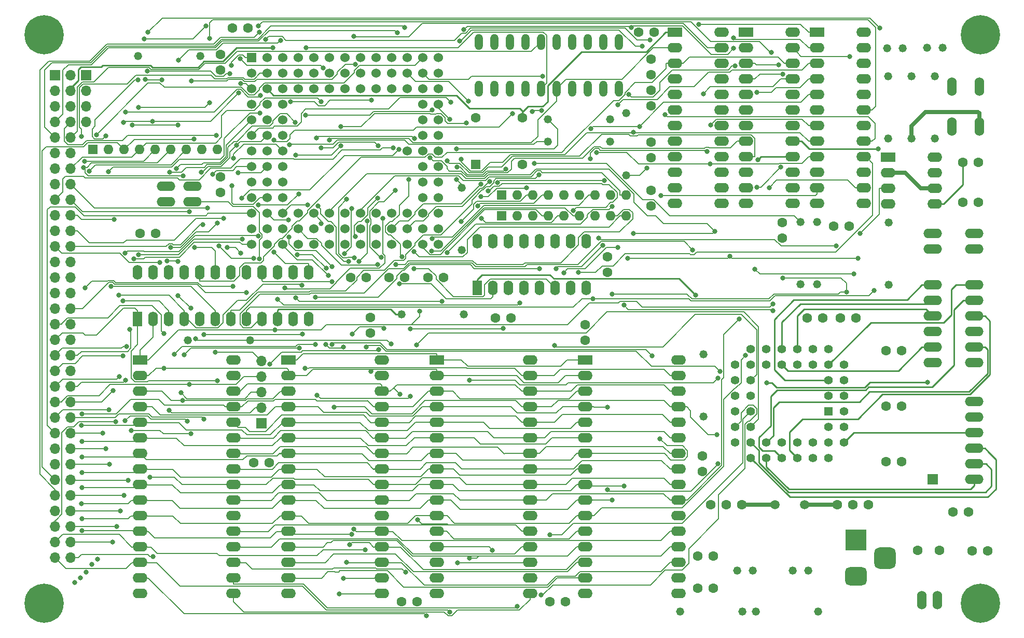
<source format=gbr>
G04 #@! TF.GenerationSoftware,KiCad,Pcbnew,7.0.9*
G04 #@! TF.CreationDate,2024-03-09T15:58:16+00:00*
G04 #@! TF.ProjectId,rosco_m68k,726f7363-6f5f-46d3-9638-6b2e6b696361,020-1.13*
G04 #@! TF.SameCoordinates,Original*
G04 #@! TF.FileFunction,Copper,L4,Bot*
G04 #@! TF.FilePolarity,Positive*
%FSLAX46Y46*%
G04 Gerber Fmt 4.6, Leading zero omitted, Abs format (unit mm)*
G04 Created by KiCad (PCBNEW 7.0.9) date 2024-03-09 15:58:16*
%MOMM*%
%LPD*%
G01*
G04 APERTURE LIST*
G04 Aperture macros list*
%AMRoundRect*
0 Rectangle with rounded corners*
0 $1 Rounding radius*
0 $2 $3 $4 $5 $6 $7 $8 $9 X,Y pos of 4 corners*
0 Add a 4 corners polygon primitive as box body*
4,1,4,$2,$3,$4,$5,$6,$7,$8,$9,$2,$3,0*
0 Add four circle primitives for the rounded corners*
1,1,$1+$1,$2,$3*
1,1,$1+$1,$4,$5*
1,1,$1+$1,$6,$7*
1,1,$1+$1,$8,$9*
0 Add four rect primitives between the rounded corners*
20,1,$1+$1,$2,$3,$4,$5,0*
20,1,$1+$1,$4,$5,$6,$7,0*
20,1,$1+$1,$6,$7,$8,$9,0*
20,1,$1+$1,$8,$9,$2,$3,0*%
G04 Aperture macros list end*
G04 #@! TA.AperFunction,ComponentPad*
%ADD10O,1.700000X1.700000*%
G04 #@! TD*
G04 #@! TA.AperFunction,ComponentPad*
%ADD11R,1.700000X1.700000*%
G04 #@! TD*
G04 #@! TA.AperFunction,ComponentPad*
%ADD12C,6.400000*%
G04 #@! TD*
G04 #@! TA.AperFunction,ComponentPad*
%ADD13O,1.524000X3.048000*%
G04 #@! TD*
G04 #@! TA.AperFunction,ComponentPad*
%ADD14C,1.320800*%
G04 #@! TD*
G04 #@! TA.AperFunction,ComponentPad*
%ADD15C,1.600200*%
G04 #@! TD*
G04 #@! TA.AperFunction,ComponentPad*
%ADD16R,1.422400X1.422400*%
G04 #@! TD*
G04 #@! TA.AperFunction,ComponentPad*
%ADD17C,1.422400*%
G04 #@! TD*
G04 #@! TA.AperFunction,ComponentPad*
%ADD18R,2.400000X1.600000*%
G04 #@! TD*
G04 #@! TA.AperFunction,ComponentPad*
%ADD19O,2.400000X1.600000*%
G04 #@! TD*
G04 #@! TA.AperFunction,ComponentPad*
%ADD20O,3.048000X1.524000*%
G04 #@! TD*
G04 #@! TA.AperFunction,ComponentPad*
%ADD21C,1.500000*%
G04 #@! TD*
G04 #@! TA.AperFunction,ComponentPad*
%ADD22R,1.600000X1.600000*%
G04 #@! TD*
G04 #@! TA.AperFunction,ComponentPad*
%ADD23C,1.600000*%
G04 #@! TD*
G04 #@! TA.AperFunction,ComponentPad*
%ADD24R,1.600000X2.400000*%
G04 #@! TD*
G04 #@! TA.AperFunction,ComponentPad*
%ADD25O,1.600000X2.400000*%
G04 #@! TD*
G04 #@! TA.AperFunction,ComponentPad*
%ADD26R,1.524000X1.524000*%
G04 #@! TD*
G04 #@! TA.AperFunction,ComponentPad*
%ADD27C,1.524000*%
G04 #@! TD*
G04 #@! TA.AperFunction,ComponentPad*
%ADD28R,3.500000X3.500000*%
G04 #@! TD*
G04 #@! TA.AperFunction,ComponentPad*
%ADD29RoundRect,0.750000X1.000000X-0.750000X1.000000X0.750000X-1.000000X0.750000X-1.000000X-0.750000X0*%
G04 #@! TD*
G04 #@! TA.AperFunction,ComponentPad*
%ADD30RoundRect,0.875000X0.875000X-0.875000X0.875000X0.875000X-0.875000X0.875000X-0.875000X-0.875000X0*%
G04 #@! TD*
G04 #@! TA.AperFunction,ComponentPad*
%ADD31O,1.600000X1.600000*%
G04 #@! TD*
G04 #@! TA.AperFunction,ComponentPad*
%ADD32O,1.320800X2.641600*%
G04 #@! TD*
G04 #@! TA.AperFunction,ViaPad*
%ADD33C,0.800000*%
G04 #@! TD*
G04 #@! TA.AperFunction,Conductor*
%ADD34C,0.152400*%
G04 #@! TD*
G04 #@! TA.AperFunction,Conductor*
%ADD35C,0.250000*%
G04 #@! TD*
G04 #@! TA.AperFunction,Conductor*
%ADD36C,0.175000*%
G04 #@! TD*
G04 #@! TA.AperFunction,Conductor*
%ADD37C,0.650000*%
G04 #@! TD*
G04 APERTURE END LIST*
D10*
X106971000Y-111960000D03*
X106971000Y-114500000D03*
X106971000Y-117040000D03*
X106971000Y-119580000D03*
D11*
X106971000Y-122120000D03*
D12*
X71500000Y-151500000D03*
X71500000Y-58700000D03*
X224300000Y-151500000D03*
D13*
X219659400Y-73701200D03*
X219659400Y-67198800D03*
X224180600Y-73701200D03*
X224180600Y-67198800D03*
D12*
X224300000Y-58700000D03*
D14*
X163920000Y-72520000D03*
X153760000Y-72520000D03*
D15*
X180313400Y-135433800D03*
X182853400Y-135433800D03*
X185393400Y-135433800D03*
X163495000Y-94930000D03*
X163495000Y-97470000D03*
X100300000Y-81930000D03*
X100300000Y-84470000D03*
X159800000Y-106019000D03*
X159800000Y-108559000D03*
X223005000Y-142925000D03*
X225545000Y-142925000D03*
X87205000Y-91100000D03*
X89745000Y-91100000D03*
X208946000Y-119329500D03*
X211486000Y-119329500D03*
X168547000Y-58300000D03*
X171087000Y-58300000D03*
X170550000Y-84140600D03*
X170550000Y-86680600D03*
X191998600Y-91922600D03*
X191998600Y-89382600D03*
X208946000Y-128363000D03*
X211486000Y-128363000D03*
X214122000Y-142850000D03*
X217678000Y-142850000D03*
D16*
X199572000Y-120199000D03*
D17*
X202112000Y-117659000D03*
X199572000Y-117659000D03*
X202112000Y-115119000D03*
X199572000Y-115119000D03*
X202112000Y-112579000D03*
X199572000Y-110039000D03*
X199572000Y-112579000D03*
X197032000Y-110039000D03*
X197032000Y-112579000D03*
X194492000Y-110039000D03*
X194492000Y-112579000D03*
X191952000Y-110039000D03*
X191952000Y-112579000D03*
X189412000Y-110039000D03*
X189412000Y-112579000D03*
X186872000Y-110039000D03*
X184332000Y-112579000D03*
X186872000Y-112579000D03*
X184332000Y-115119000D03*
X186872000Y-115119000D03*
X184332000Y-117659000D03*
X186872000Y-117659000D03*
X184332000Y-120199000D03*
X186872000Y-120199000D03*
X184332000Y-122739000D03*
X186872000Y-122739000D03*
X184332000Y-125279000D03*
X186872000Y-127819000D03*
X186872000Y-125279000D03*
X189412000Y-127819000D03*
X189412000Y-125279000D03*
X191952000Y-127819000D03*
X191952000Y-125279000D03*
X194492000Y-127819000D03*
X194492000Y-125279000D03*
X197032000Y-127819000D03*
X197032000Y-125279000D03*
X199572000Y-127819000D03*
X202112000Y-125279000D03*
X199572000Y-125279000D03*
X202112000Y-122739000D03*
X199572000Y-122739000D03*
X202112000Y-120199000D03*
D18*
X186076700Y-58324800D03*
D19*
X186076700Y-60864800D03*
X186076700Y-63404800D03*
X186076700Y-65944800D03*
X186076700Y-68484800D03*
X186076700Y-71024800D03*
X186076700Y-73564800D03*
X186076700Y-76104800D03*
X186076700Y-78644800D03*
X186076700Y-81184800D03*
X186076700Y-83724800D03*
X186076700Y-86264800D03*
X193696700Y-86264800D03*
X193696700Y-83724800D03*
X193696700Y-81184800D03*
X193696700Y-78644800D03*
X193696700Y-76104800D03*
X193696700Y-73564800D03*
X193696700Y-71024800D03*
X193696700Y-68484800D03*
X193696700Y-65944800D03*
X193696700Y-63404800D03*
X193696700Y-60864800D03*
X193696700Y-58324800D03*
D20*
X223300000Y-91159000D03*
X223300000Y-93699000D03*
D14*
X211600000Y-60930000D03*
X209060000Y-60930000D03*
X218200000Y-60840000D03*
X215660000Y-60840000D03*
D21*
X190779400Y-135432800D03*
X195659400Y-135432800D03*
D22*
X141990000Y-79910000D03*
D23*
X149610000Y-79910000D03*
X149610000Y-72290000D03*
X141990000Y-72290000D03*
D18*
X159800000Y-111823600D03*
D19*
X159800000Y-114363600D03*
X159800000Y-116903600D03*
X159800000Y-119443600D03*
X159800000Y-121983600D03*
X159800000Y-124523600D03*
X159800000Y-127063600D03*
X159800000Y-129603600D03*
X159800000Y-132143600D03*
X159800000Y-134683600D03*
X159800000Y-137223600D03*
X159800000Y-139763600D03*
X159800000Y-142303600D03*
X159800000Y-144843600D03*
X159800000Y-147383600D03*
X159800000Y-149923600D03*
X175040000Y-149923600D03*
X175040000Y-147383600D03*
X175040000Y-144843600D03*
X175040000Y-142303600D03*
X175040000Y-139763600D03*
X175040000Y-137223600D03*
X175040000Y-134683600D03*
X175040000Y-132143600D03*
X175040000Y-129603600D03*
X175040000Y-127063600D03*
X175040000Y-124523600D03*
X175040000Y-121983600D03*
X175040000Y-119443600D03*
X175040000Y-116903600D03*
X175040000Y-114363600D03*
X175040000Y-111823600D03*
D18*
X135600000Y-111823600D03*
D19*
X135600000Y-114363600D03*
X135600000Y-116903600D03*
X135600000Y-119443600D03*
X135600000Y-121983600D03*
X135600000Y-124523600D03*
X135600000Y-127063600D03*
X135600000Y-129603600D03*
X135600000Y-132143600D03*
X135600000Y-134683600D03*
X135600000Y-137223600D03*
X135600000Y-139763600D03*
X135600000Y-142303600D03*
X135600000Y-144843600D03*
X135600000Y-147383600D03*
X135600000Y-149923600D03*
X150840000Y-149923600D03*
X150840000Y-147383600D03*
X150840000Y-144843600D03*
X150840000Y-142303600D03*
X150840000Y-139763600D03*
X150840000Y-137223600D03*
X150840000Y-134683600D03*
X150840000Y-132143600D03*
X150840000Y-129603600D03*
X150840000Y-127063600D03*
X150840000Y-124523600D03*
X150840000Y-121983600D03*
X150840000Y-119443600D03*
X150840000Y-116903600D03*
X150840000Y-114363600D03*
X150840000Y-111823600D03*
D18*
X111400000Y-111823600D03*
D19*
X111400000Y-114363600D03*
X111400000Y-116903600D03*
X111400000Y-119443600D03*
X111400000Y-121983600D03*
X111400000Y-124523600D03*
X111400000Y-127063600D03*
X111400000Y-129603600D03*
X111400000Y-132143600D03*
X111400000Y-134683600D03*
X111400000Y-137223600D03*
X111400000Y-139763600D03*
X111400000Y-142303600D03*
X111400000Y-144843600D03*
X111400000Y-147383600D03*
X111400000Y-149923600D03*
X126640000Y-149923600D03*
X126640000Y-147383600D03*
X126640000Y-144843600D03*
X126640000Y-142303600D03*
X126640000Y-139763600D03*
X126640000Y-137223600D03*
X126640000Y-134683600D03*
X126640000Y-132143600D03*
X126640000Y-129603600D03*
X126640000Y-127063600D03*
X126640000Y-124523600D03*
X126640000Y-121983600D03*
X126640000Y-119443600D03*
X126640000Y-116903600D03*
X126640000Y-114363600D03*
X126640000Y-111823600D03*
D11*
X73325000Y-65350000D03*
D10*
X75865000Y-65350000D03*
X73325000Y-67890000D03*
X75865000Y-67890000D03*
X73325000Y-70430000D03*
X75865000Y-70430000D03*
X73325000Y-72970000D03*
X75865000Y-72970000D03*
X73325000Y-75510000D03*
X75865000Y-75510000D03*
X73325000Y-78050000D03*
X75865000Y-78050000D03*
X73325000Y-80590000D03*
X75865000Y-80590000D03*
X73325000Y-83130000D03*
X75865000Y-83130000D03*
X73325000Y-85670000D03*
X75865000Y-85670000D03*
X73325000Y-88210000D03*
X75865000Y-88210000D03*
X73325000Y-90750000D03*
X75865000Y-90750000D03*
X73325000Y-93290000D03*
X75865000Y-93290000D03*
X73325000Y-95830000D03*
X75865000Y-95830000D03*
X73325000Y-98370000D03*
X75865000Y-98370000D03*
X73325000Y-100910000D03*
X75865000Y-100910000D03*
X73325000Y-103450000D03*
X75865000Y-103450000D03*
X73325000Y-105990000D03*
X75865000Y-105990000D03*
X73325000Y-108530000D03*
X75865000Y-108530000D03*
X73325000Y-111070000D03*
X75865000Y-111070000D03*
X73325000Y-113610000D03*
X75865000Y-113610000D03*
X73325000Y-116150000D03*
X75865000Y-116150000D03*
X73325000Y-118690000D03*
X75865000Y-118690000D03*
X73325000Y-121230000D03*
X75865000Y-121230000D03*
X73325000Y-123770000D03*
X75865000Y-123770000D03*
X73325000Y-126310000D03*
X75865000Y-126310000D03*
X73325000Y-128850000D03*
X75865000Y-128850000D03*
X73325000Y-131390000D03*
X75865000Y-131390000D03*
X73325000Y-133930000D03*
X75865000Y-133930000D03*
X73325000Y-136470000D03*
X75865000Y-136470000D03*
X73325000Y-139010000D03*
X75865000Y-139010000D03*
X73325000Y-141550000D03*
X75865000Y-141550000D03*
X73325000Y-144090000D03*
X75865000Y-144090000D03*
D14*
X139980000Y-104324000D03*
X129820000Y-104324000D03*
D18*
X174450000Y-58324800D03*
D19*
X174450000Y-60864800D03*
X174450000Y-63404800D03*
X174450000Y-65944800D03*
X174450000Y-68484800D03*
X174450000Y-71024800D03*
X174450000Y-73564800D03*
X174450000Y-76104800D03*
X174450000Y-78644800D03*
X174450000Y-81184800D03*
X174450000Y-83724800D03*
X174450000Y-86264800D03*
X182070000Y-86264800D03*
X182070000Y-83724800D03*
X182070000Y-81184800D03*
X182070000Y-78644800D03*
X182070000Y-76104800D03*
X182070000Y-73564800D03*
X182070000Y-71024800D03*
X182070000Y-68484800D03*
X182070000Y-65944800D03*
X182070000Y-63404800D03*
X182070000Y-60864800D03*
X182070000Y-58324800D03*
D15*
X178918000Y-129962000D03*
X178918000Y-127422000D03*
X124750000Y-107370000D03*
X124750000Y-104830000D03*
X206057400Y-135433800D03*
X203517400Y-135433800D03*
X200977400Y-135433800D03*
X223999000Y-79525000D03*
X221459000Y-79525000D03*
X196069000Y-104952000D03*
X198609000Y-104952000D03*
D20*
X223300000Y-131310000D03*
X223300000Y-128770000D03*
X223300000Y-126230000D03*
X223300000Y-123690000D03*
X223300000Y-121150000D03*
X223300000Y-118610000D03*
D15*
X208946000Y-110296000D03*
X211486000Y-110296000D03*
X145149000Y-104943000D03*
X147689000Y-104943000D03*
D20*
X216564000Y-112258000D03*
X216564000Y-109718000D03*
X216564000Y-107178000D03*
X216564000Y-104638000D03*
X216564000Y-102098000D03*
X216564000Y-99558000D03*
X223300000Y-112258000D03*
X223300000Y-109718000D03*
X223300000Y-107178000D03*
X223300000Y-104638000D03*
X223300000Y-102098000D03*
X223300000Y-99558000D03*
D13*
X214730000Y-151000000D03*
X217270000Y-151000000D03*
D15*
X201455000Y-104952000D03*
X203995000Y-104952000D03*
X100300000Y-64470000D03*
X100300000Y-61930000D03*
X170550000Y-76203000D03*
X170550000Y-78743000D03*
D18*
X209230000Y-78724800D03*
D19*
X209230000Y-81264800D03*
X209230000Y-83804800D03*
X209230000Y-86344800D03*
X216850000Y-86344800D03*
X216850000Y-83804800D03*
X216850000Y-81264800D03*
X216850000Y-78724800D03*
D20*
X216564000Y-91159000D03*
X216564000Y-93699000D03*
D14*
X209362000Y-89353000D03*
X209362000Y-99513000D03*
X213078000Y-65450000D03*
X213078000Y-75610000D03*
X209230000Y-65450000D03*
X209230000Y-75610000D03*
X86820000Y-62200000D03*
X96980000Y-62200000D03*
X166545000Y-81680000D03*
X166545000Y-71520000D03*
X216850000Y-65450000D03*
X216850000Y-75610000D03*
D20*
X91385000Y-83430000D03*
X91385000Y-85970000D03*
D14*
X95001000Y-108593000D03*
X105161000Y-108593000D03*
X187198000Y-146200400D03*
X184658000Y-146200400D03*
X196197000Y-146202400D03*
X193657000Y-146202400D03*
X185514200Y-152831800D03*
X175354200Y-152831800D03*
X197815200Y-152831800D03*
X187655200Y-152831800D03*
D20*
X95700000Y-85970000D03*
X95700000Y-83430000D03*
D18*
X87200000Y-111823600D03*
D19*
X87200000Y-114363600D03*
X87200000Y-116903600D03*
X87200000Y-119443600D03*
X87200000Y-121983600D03*
X87200000Y-124523600D03*
X87200000Y-127063600D03*
X87200000Y-129603600D03*
X87200000Y-132143600D03*
X87200000Y-134683600D03*
X87200000Y-137223600D03*
X87200000Y-139763600D03*
X87200000Y-142303600D03*
X87200000Y-144843600D03*
X87200000Y-147383600D03*
X87200000Y-149923600D03*
X102440000Y-149923600D03*
X102440000Y-147383600D03*
X102440000Y-144843600D03*
X102440000Y-142303600D03*
X102440000Y-139763600D03*
X102440000Y-137223600D03*
X102440000Y-134683600D03*
X102440000Y-132143600D03*
X102440000Y-129603600D03*
X102440000Y-127063600D03*
X102440000Y-124523600D03*
X102440000Y-121983600D03*
X102440000Y-119443600D03*
X102440000Y-116903600D03*
X102440000Y-114363600D03*
X102440000Y-111823600D03*
D15*
X221459000Y-86101000D03*
X223999000Y-86101000D03*
X180750000Y-143840200D03*
X178210000Y-143840200D03*
X202959000Y-89929000D03*
X200419000Y-89929000D03*
D18*
X197703300Y-58324800D03*
D19*
X197703300Y-60864800D03*
X197703300Y-63404800D03*
X197703300Y-65944800D03*
X197703300Y-68484800D03*
X197703300Y-71024800D03*
X197703300Y-73564800D03*
X197703300Y-76104800D03*
X197703300Y-78644800D03*
X197703300Y-81184800D03*
X197703300Y-83724800D03*
X197703300Y-86264800D03*
X205323300Y-86264800D03*
X205323300Y-83724800D03*
X205323300Y-81184800D03*
X205323300Y-78644800D03*
X205323300Y-76104800D03*
X205323300Y-73564800D03*
X205323300Y-71024800D03*
X205323300Y-68484800D03*
X205323300Y-65944800D03*
X205323300Y-63404800D03*
X205323300Y-60864800D03*
X205323300Y-58324800D03*
D14*
X197703300Y-89303000D03*
X197703300Y-99463000D03*
D15*
X170550000Y-67810000D03*
X170550000Y-70350000D03*
X170543000Y-62680000D03*
X170543000Y-65220000D03*
D24*
X86787000Y-105081000D03*
D25*
X89327000Y-105081000D03*
X91867000Y-105081000D03*
X94407000Y-105081000D03*
X96947000Y-105081000D03*
X99487000Y-105081000D03*
X102027000Y-105081000D03*
X104567000Y-105081000D03*
X107107000Y-105081000D03*
X109647000Y-105081000D03*
X112187000Y-105081000D03*
X114727000Y-105081000D03*
X114727000Y-97461000D03*
X112187000Y-97461000D03*
X109647000Y-97461000D03*
X107107000Y-97461000D03*
X104567000Y-97461000D03*
X102027000Y-97461000D03*
X99487000Y-97461000D03*
X96947000Y-97461000D03*
X94407000Y-97461000D03*
X91867000Y-97461000D03*
X89327000Y-97461000D03*
X86787000Y-97461000D03*
D15*
X180750000Y-149021800D03*
X178210000Y-149021800D03*
X154030000Y-151263000D03*
X156570000Y-151263000D03*
X129852000Y-151263000D03*
X132392000Y-151263000D03*
X105701000Y-128540000D03*
X108241000Y-128540000D03*
D14*
X194995800Y-89303000D03*
X194995800Y-99463000D03*
D11*
X216564000Y-131310000D03*
D24*
X142225000Y-100025000D03*
D25*
X144765000Y-100025000D03*
X147305000Y-100025000D03*
X149845000Y-100025000D03*
X152385000Y-100025000D03*
X154925000Y-100025000D03*
X157465000Y-100025000D03*
X160005000Y-100025000D03*
X160005000Y-92405000D03*
X157465000Y-92405000D03*
X154925000Y-92405000D03*
X152385000Y-92405000D03*
X149845000Y-92405000D03*
X147305000Y-92405000D03*
X144765000Y-92405000D03*
X142225000Y-92405000D03*
D14*
X139700000Y-93880000D03*
X139700000Y-83720000D03*
X179146200Y-121031000D03*
X179146200Y-110871000D03*
D15*
X222351600Y-136575800D03*
X219811600Y-136575800D03*
D14*
X153760000Y-76120000D03*
X163920000Y-76120000D03*
D11*
X78405000Y-65350000D03*
D10*
X78405000Y-67890000D03*
X78405000Y-70430000D03*
X78405000Y-72970000D03*
D26*
X105360000Y-62460000D03*
D27*
X107900000Y-62460000D03*
X110440000Y-62460000D03*
X112980000Y-62460000D03*
X115520000Y-62460000D03*
X118060000Y-62460000D03*
X120600000Y-62460000D03*
X123140000Y-62460000D03*
X125680000Y-62460000D03*
X128220000Y-62460000D03*
X130760000Y-62460000D03*
X133300000Y-62460000D03*
X135840000Y-62460000D03*
X105360000Y-65000000D03*
X107900000Y-65000000D03*
X110440000Y-65000000D03*
X112980000Y-65000000D03*
X115520000Y-65000000D03*
X118060000Y-65000000D03*
X120600000Y-65000000D03*
X123140000Y-65000000D03*
X125680000Y-65000000D03*
X128220000Y-65000000D03*
X130760000Y-65000000D03*
X133300000Y-65000000D03*
X135840000Y-65000000D03*
X105360000Y-67540000D03*
X107900000Y-67540000D03*
X110440000Y-67540000D03*
X112980000Y-67540000D03*
X115520000Y-67540000D03*
X118060000Y-67540000D03*
X120600000Y-67540000D03*
X123140000Y-67540000D03*
X125680000Y-67540000D03*
X128220000Y-67540000D03*
X130760000Y-67540000D03*
X133300000Y-67540000D03*
X135840000Y-67540000D03*
X105360000Y-70080000D03*
X107900000Y-70080000D03*
X110440000Y-70080000D03*
X133300000Y-70080000D03*
X135840000Y-70080000D03*
X105360000Y-72620000D03*
X107900000Y-72620000D03*
X110440000Y-72620000D03*
X133300000Y-72620000D03*
X135840000Y-72620000D03*
X105360000Y-75160000D03*
X107900000Y-75160000D03*
X110440000Y-75160000D03*
X133300000Y-75160000D03*
X135840000Y-75160000D03*
X105360000Y-77700000D03*
X107900000Y-77700000D03*
X110440000Y-77700000D03*
X130760000Y-77700000D03*
X133300000Y-77700000D03*
X135840000Y-77700000D03*
X105360000Y-80240000D03*
X107900000Y-80240000D03*
X110440000Y-80240000D03*
X133300000Y-80240000D03*
X135840000Y-80240000D03*
X105360000Y-82780000D03*
X107900000Y-82780000D03*
X110440000Y-82780000D03*
X133300000Y-82780000D03*
X135840000Y-82780000D03*
X105360000Y-85320000D03*
X107900000Y-85320000D03*
X110440000Y-85320000D03*
X133300000Y-85320000D03*
X135840000Y-85320000D03*
X105360000Y-87860000D03*
X107900000Y-87860000D03*
X110440000Y-87860000D03*
X112980000Y-87860000D03*
X115520000Y-87860000D03*
X118060000Y-87860000D03*
X120600000Y-87860000D03*
X123140000Y-87860000D03*
X125680000Y-87860000D03*
X128220000Y-87860000D03*
X130760000Y-87860000D03*
X133300000Y-87860000D03*
X135840000Y-87860000D03*
X105360000Y-90400000D03*
X107900000Y-90400000D03*
X110440000Y-90400000D03*
X112980000Y-90400000D03*
X115520000Y-90400000D03*
X118060000Y-90400000D03*
X120600000Y-90400000D03*
X123140000Y-90400000D03*
X125680000Y-90400000D03*
X128220000Y-90400000D03*
X130760000Y-90400000D03*
X133300000Y-90400000D03*
X135840000Y-90400000D03*
X105360000Y-92940000D03*
X107900000Y-92940000D03*
X110440000Y-92940000D03*
X112980000Y-92940000D03*
X115520000Y-92940000D03*
X118060000Y-92940000D03*
X120600000Y-92940000D03*
X123140000Y-92940000D03*
X125680000Y-92940000D03*
X128220000Y-92940000D03*
X130760000Y-92940000D03*
X133300000Y-92940000D03*
X135840000Y-92940000D03*
D28*
X204045900Y-141142200D03*
D29*
X204045900Y-147142200D03*
D30*
X208745900Y-144142200D03*
D15*
X102210000Y-57600000D03*
X104750000Y-57600000D03*
X134130000Y-98300000D03*
X136670000Y-98300000D03*
D22*
X146225000Y-88300000D03*
D31*
X148765000Y-88300000D03*
X151305000Y-88300000D03*
X153845000Y-88300000D03*
X156385000Y-88300000D03*
X158925000Y-88300000D03*
X161465000Y-88300000D03*
X164005000Y-88300000D03*
X166545000Y-88300000D03*
D15*
X127830000Y-98300000D03*
X130370000Y-98300000D03*
D22*
X146225000Y-84900000D03*
D31*
X148765000Y-84900000D03*
X151305000Y-84900000D03*
X153845000Y-84900000D03*
X156385000Y-84900000D03*
X158925000Y-84900000D03*
X161465000Y-84900000D03*
X164005000Y-84900000D03*
X166545000Y-84900000D03*
D32*
X142470000Y-67510000D03*
X145010000Y-67510000D03*
X147550000Y-67510000D03*
X150090000Y-67510000D03*
X152630000Y-67510000D03*
X155170000Y-67510000D03*
X157710000Y-67510000D03*
X160250000Y-67510000D03*
X162790000Y-67510000D03*
X165330000Y-67510000D03*
X165330000Y-59890000D03*
X162790000Y-59890000D03*
X160250000Y-59890000D03*
X157710000Y-59890000D03*
X155170000Y-59890000D03*
X152630000Y-59890000D03*
X150090000Y-59890000D03*
X147550000Y-59890000D03*
X145010000Y-59890000D03*
X142470000Y-59890000D03*
D22*
X79490000Y-77460000D03*
D31*
X82030000Y-77460000D03*
X84570000Y-77460000D03*
X87110000Y-77460000D03*
X89650000Y-77460000D03*
X92190000Y-77460000D03*
X94730000Y-77460000D03*
X97270000Y-77460000D03*
X99810000Y-77460000D03*
D15*
X121530000Y-98300000D03*
X124070000Y-98300000D03*
D33*
X101370000Y-93460000D03*
X103590000Y-94330000D03*
X131040000Y-82337800D03*
X129904100Y-94922300D03*
X131862600Y-96880800D03*
X143954600Y-84178000D03*
X157853600Y-87387000D03*
X146860000Y-80648400D03*
X138880000Y-80336300D03*
X99809500Y-89410500D03*
X92160000Y-93439900D03*
X190177289Y-61595000D03*
X106451400Y-57302400D03*
X102050000Y-63700000D03*
X96020400Y-75743300D03*
X106628200Y-58302900D03*
X82020000Y-81060000D03*
X106764000Y-71465700D03*
X103626400Y-66654400D03*
X103292300Y-68216800D03*
X107668700Y-59472200D03*
X188050000Y-79150000D03*
X170423200Y-59561100D03*
X89240000Y-72850000D03*
X84500000Y-73000000D03*
X117067600Y-64119200D03*
X169865500Y-80501000D03*
X103496700Y-62621300D03*
X122100000Y-59004700D03*
X108858000Y-60835100D03*
X104567000Y-100790000D03*
X206992000Y-100464000D03*
X161052100Y-101796000D03*
X78198700Y-100072000D03*
X152290300Y-81564900D03*
X102323000Y-99796600D03*
X109014300Y-94177800D03*
X118041000Y-75897300D03*
X106475300Y-86520700D03*
X113075000Y-84706900D03*
X77641500Y-75270700D03*
X192054600Y-65117900D03*
X97185800Y-81136400D03*
X88456300Y-58314000D03*
X101838400Y-65087400D03*
X88394400Y-64676800D03*
X102939310Y-76750200D03*
X207904800Y-57601900D03*
X97452700Y-89741700D03*
X152720248Y-71075500D03*
X100787500Y-88647300D03*
X134830900Y-71013700D03*
X151208800Y-71266100D03*
X114165500Y-71850200D03*
X160653000Y-78942700D03*
X179745100Y-77746500D03*
X166929900Y-68451000D03*
X93136200Y-80551300D03*
X90769100Y-66041600D03*
X82964200Y-88883900D03*
X184321800Y-63808100D03*
X88036400Y-65955700D03*
X118518000Y-98979000D03*
X109632000Y-101874000D03*
X149148800Y-102514400D03*
X117537500Y-96786000D03*
X170751800Y-111080000D03*
X118527200Y-109229800D03*
X112816400Y-94574700D03*
X98550000Y-59290000D03*
X98222000Y-86978600D03*
X96064200Y-93424000D03*
X95200000Y-87606700D03*
X119965000Y-76865100D03*
X98550000Y-69800000D03*
X119965000Y-73695500D03*
X151510500Y-79700000D03*
X112544200Y-78368400D03*
X86950000Y-70600000D03*
X140440000Y-73125800D03*
X102150000Y-83350000D03*
X93380000Y-73476700D03*
X181314000Y-123986000D03*
X85900000Y-73470380D03*
X95508400Y-123844000D03*
X111398700Y-88972300D03*
X118803000Y-119493000D03*
X83239900Y-121865000D03*
X85771200Y-123272800D03*
X113214200Y-109865500D03*
X91980200Y-81140700D03*
X94374800Y-110989000D03*
X112533200Y-73003800D03*
X179116400Y-68351900D03*
X177342798Y-93827600D03*
X138812000Y-77331000D03*
X115933600Y-75599400D03*
X99610000Y-75100000D03*
X131978600Y-75679600D03*
X103140000Y-81250000D03*
X139317000Y-59690900D03*
X77675000Y-127625000D03*
X172024600Y-124631600D03*
X169173100Y-60606100D03*
X178389400Y-57003500D03*
X184036600Y-59199000D03*
X155059200Y-96876500D03*
X162731200Y-93077100D03*
X167369700Y-57556700D03*
X77675000Y-125050000D03*
X184073400Y-60937700D03*
X140053100Y-57858100D03*
X156311600Y-97561398D03*
X165183600Y-93395700D03*
X165183600Y-70112800D03*
X77625000Y-122500000D03*
X128473300Y-77161100D03*
X187864500Y-68072000D03*
X152887400Y-65484100D03*
X168687500Y-73696400D03*
X160787800Y-74036900D03*
X184988200Y-105105202D03*
X191783300Y-80320000D03*
X187838100Y-83577300D03*
X80025300Y-75030800D03*
X122317200Y-63507600D03*
X95602000Y-66270900D03*
X90437800Y-95921400D03*
X180300400Y-73477400D03*
X163477500Y-119503000D03*
X167728400Y-74605800D03*
X140811800Y-69586200D03*
X139567000Y-79049300D03*
X180196400Y-79835300D03*
X161671400Y-77923600D03*
X162000000Y-91900000D03*
X77675000Y-120579000D03*
X162978100Y-82534300D03*
X200810000Y-93176000D03*
X145537600Y-82818500D03*
X94874400Y-121767400D03*
X114119000Y-113185000D03*
X94098300Y-118415000D03*
X126767600Y-88697200D03*
X110827000Y-100043300D03*
X172201000Y-84980000D03*
X84752300Y-121701700D03*
X158735000Y-97524000D03*
X121702600Y-87080300D03*
X124817000Y-113679800D03*
X91077600Y-113129000D03*
X120521500Y-94446300D03*
X91077600Y-107479400D03*
X137300000Y-79326800D03*
X164200000Y-101029000D03*
X137713800Y-72551200D03*
X192074800Y-98399600D03*
X202459000Y-100713000D03*
X164200000Y-134700000D03*
X77650000Y-135225000D03*
X134542270Y-78786700D03*
X186025800Y-111037700D03*
X187528200Y-96977200D03*
X77675000Y-137700000D03*
X203711000Y-97768000D03*
X183438799Y-94869001D03*
X204329000Y-95230000D03*
X166800000Y-95200000D03*
X121729000Y-140253000D03*
X84800000Y-71300000D03*
X77675000Y-139646000D03*
X106780300Y-68598400D03*
X139000000Y-144900000D03*
X130550000Y-146450000D03*
X83967800Y-136475000D03*
X140943800Y-115092500D03*
X181499700Y-114734000D03*
X154028800Y-140325500D03*
X136469100Y-102220000D03*
X84596400Y-133925000D03*
X112619900Y-101639000D03*
X154820200Y-109445200D03*
X132455900Y-137903200D03*
X116739100Y-89513900D03*
X85225000Y-131425000D03*
X82175000Y-128850000D03*
X125927900Y-96216900D03*
X140950400Y-144125900D03*
X117878800Y-98026500D03*
X81600000Y-126300000D03*
X120334800Y-109644100D03*
X117462100Y-109230600D03*
X81075000Y-123775000D03*
X118490500Y-96591300D03*
X111450700Y-91729000D03*
X113648200Y-107544500D03*
X76471700Y-148109000D03*
X119650000Y-149950000D03*
X97583300Y-121414000D03*
X97583300Y-107683300D03*
X84734100Y-94373600D03*
X120350000Y-147450000D03*
X82797800Y-116821100D03*
X106461400Y-91573000D03*
X77423500Y-147338000D03*
X84807100Y-115138400D03*
X103844700Y-92074400D03*
X120900000Y-144850000D03*
X86902800Y-94627500D03*
X78350000Y-146445000D03*
X121254900Y-95688400D03*
X114569000Y-86492800D03*
X121424000Y-141924000D03*
X126978800Y-106675600D03*
X79323200Y-145121000D03*
X121830000Y-107542900D03*
X116208600Y-86686700D03*
X122069000Y-139364000D03*
X85446400Y-106778000D03*
X86201100Y-95277200D03*
X80275000Y-144350000D03*
X93450000Y-62826700D03*
X99487000Y-110555000D03*
X110108300Y-59634600D03*
X82075000Y-119950000D03*
X82413900Y-99751400D03*
X95254000Y-115780000D03*
X122179700Y-95090200D03*
X108376800Y-112437800D03*
X126159600Y-110087000D03*
X120905000Y-85582700D03*
X113577300Y-99613000D03*
X83775000Y-114550000D03*
X83742800Y-101207000D03*
X93829000Y-117098000D03*
X84371400Y-111146000D03*
X84371400Y-102137000D03*
X91882000Y-120015000D03*
X85000000Y-109600000D03*
X126516200Y-95076100D03*
X190510791Y-102658821D03*
X128867100Y-84100900D03*
X109200000Y-106900000D03*
X132780800Y-103811100D03*
X189894000Y-83649700D03*
X129593300Y-117386100D03*
X124251000Y-89125200D03*
X99805700Y-115149000D03*
X172830000Y-71715000D03*
X122943400Y-95700900D03*
X77675000Y-130150000D03*
X130400000Y-57550000D03*
X166171000Y-102850000D03*
X190500000Y-103784400D03*
X77675000Y-132625000D03*
X129142500Y-58415366D03*
X166200000Y-132350000D03*
X144706700Y-142851200D03*
X163477500Y-133002500D03*
X123900000Y-142750000D03*
X181499700Y-128756900D03*
X137750000Y-152929000D03*
X124126000Y-109658400D03*
X181811800Y-113658400D03*
X133900000Y-153538000D03*
X89325000Y-143925000D03*
X132272100Y-109384800D03*
X167690800Y-91135200D03*
X82710600Y-141550000D03*
X180975000Y-90805000D03*
X152635000Y-150136100D03*
X148714000Y-151976000D03*
X83339200Y-139000000D03*
X106679800Y-95311000D03*
X203010000Y-62232000D03*
X207621000Y-77364000D03*
X191407700Y-63655100D03*
X204706400Y-91118400D03*
X88781000Y-130925000D03*
X128135000Y-109213000D03*
X93378200Y-95690700D03*
X95435800Y-103351600D03*
X91612600Y-95636100D03*
X96222000Y-108340800D03*
X93378200Y-101294000D03*
X215700000Y-115400000D03*
X189496400Y-115500000D03*
X177825400Y-101193600D03*
X126083600Y-76828700D03*
X116759200Y-77197000D03*
X116749281Y-69658646D03*
X77955300Y-80372400D03*
X115797700Y-109231600D03*
X152385000Y-96898600D03*
X94248500Y-81769400D03*
X115797700Y-101585100D03*
X92764500Y-110880100D03*
X131257200Y-106751600D03*
X116080200Y-117519900D03*
X131257200Y-117754600D03*
X78869000Y-80997000D03*
X100021100Y-93204500D03*
X146479300Y-106675600D03*
X105711600Y-95232400D03*
X87827600Y-59366500D03*
X122292800Y-91670000D03*
X97895000Y-57247600D03*
X111769000Y-69633700D03*
X86833300Y-66093800D03*
X129489400Y-99340400D03*
X78102000Y-79336700D03*
X81570100Y-75197000D03*
X124919572Y-69418572D03*
X125959900Y-85378700D03*
X114250100Y-60819100D03*
X137900000Y-69700000D03*
X109002600Y-75927900D03*
X147977700Y-71565400D03*
X111557600Y-76654200D03*
X99010000Y-81470000D03*
X102460000Y-78860000D03*
X142277300Y-86677500D03*
X150276200Y-83666000D03*
X142815500Y-85165100D03*
X131922100Y-94138400D03*
X134819300Y-91989900D03*
X142932200Y-88693900D03*
X129428200Y-77437500D03*
X103782300Y-85417100D03*
X137301600Y-94313800D03*
X164263900Y-86719400D03*
X142818800Y-83104100D03*
X144206300Y-82688500D03*
X139607600Y-89214600D03*
X128903900Y-96185600D03*
X134792900Y-93991300D03*
X138868000Y-82339800D03*
D34*
X83321400Y-120579000D02*
X85677000Y-118223000D01*
X100803000Y-119159000D02*
X101088000Y-119444000D01*
X90236000Y-118223000D02*
X91171800Y-119159000D01*
X139460000Y-118110000D02*
X157241000Y-118110000D01*
X101088000Y-119444000D02*
X103792000Y-119444000D01*
X77675000Y-120579000D02*
X83321400Y-120579000D01*
X85677000Y-118223000D02*
X90236000Y-118223000D01*
X104782600Y-118453400D02*
X108947672Y-118453400D01*
X124276000Y-118432000D02*
X125288000Y-119444000D01*
X103792000Y-119444000D02*
X104782600Y-118453400D01*
X109171072Y-118230000D02*
X115799000Y-118230000D01*
X108947672Y-118453400D02*
X109171072Y-118230000D01*
X91171800Y-119159000D02*
X100803000Y-119159000D01*
X115799000Y-118230000D02*
X116024000Y-118455000D01*
X124253000Y-118455000D02*
X124276000Y-118432000D01*
X157241000Y-118110000D02*
X158448000Y-116904000D01*
X158448000Y-116904000D02*
X159799600Y-116904000D01*
X116024000Y-118455000D02*
X124253000Y-118455000D01*
X125288000Y-119444000D02*
X131708000Y-119444000D01*
X138254000Y-116904000D02*
X139460000Y-118110000D01*
X131708000Y-119444000D02*
X134248000Y-116904000D01*
X134248000Y-116904000D02*
X138254000Y-116904000D01*
X111379600Y-116924000D02*
X110048000Y-116924000D01*
X110048000Y-116924000D02*
X108822000Y-118150000D01*
X104390000Y-118415000D02*
X94098300Y-118415000D01*
X108822000Y-118150000D02*
X104655000Y-118150000D01*
X104655000Y-118150000D02*
X104390000Y-118415000D01*
X102720000Y-93460000D02*
X103590000Y-94330000D01*
X101370000Y-93460000D02*
X102720000Y-93460000D01*
X104330000Y-122780000D02*
X105020000Y-123470000D01*
X131096000Y-122004000D02*
X132145000Y-120955000D01*
X149488000Y-121984000D02*
X154816000Y-121984000D01*
X103216000Y-122780000D02*
X104330000Y-122780000D01*
X102440000Y-122004000D02*
X103216000Y-122780000D01*
X154816000Y-121984000D02*
X156100000Y-120700000D01*
X107660000Y-123470000D02*
X110330000Y-120800000D01*
X110330000Y-120800000D02*
X123669000Y-120800000D01*
X123669000Y-120800000D02*
X124873000Y-122004000D01*
X173688000Y-121984000D02*
X175039600Y-121984000D01*
X124873000Y-122004000D02*
X131096000Y-122004000D01*
X132145000Y-120955000D02*
X148459000Y-120955000D01*
X105020000Y-123470000D02*
X107660000Y-123470000D01*
X148459000Y-120955000D02*
X149488000Y-121984000D01*
X156100000Y-120700000D02*
X172404000Y-120700000D01*
X172404000Y-120700000D02*
X173688000Y-121984000D01*
X159799600Y-121984000D02*
X158448000Y-121984000D01*
X143166000Y-121984000D02*
X132116000Y-121984000D01*
X158448000Y-121984000D02*
X157419000Y-123012000D01*
X123054000Y-122004000D02*
X110446000Y-122004000D01*
X143200000Y-121950000D02*
X143166000Y-121984000D01*
X157419000Y-123012000D02*
X144262000Y-123012000D01*
X103800000Y-123200000D02*
X94700000Y-123200000D01*
X144262000Y-123012000D02*
X143200000Y-121950000D01*
X104620000Y-124020000D02*
X103800000Y-123200000D01*
X132116000Y-121984000D02*
X130750000Y-123350000D01*
X110446000Y-122004000D02*
X108430000Y-124020000D01*
X124400000Y-123350000D02*
X123054000Y-122004000D01*
X130750000Y-123350000D02*
X124400000Y-123350000D01*
X108430000Y-124020000D02*
X104620000Y-124020000D01*
X94700000Y-123200000D02*
X93503600Y-122004000D01*
X93503600Y-122004000D02*
X87200000Y-122004000D01*
X109866000Y-127084000D02*
X109490000Y-127460000D01*
X104600000Y-127460000D02*
X103969200Y-128090800D01*
X88206800Y-128090800D02*
X87200000Y-127084000D01*
X109490000Y-127460000D02*
X104600000Y-127460000D01*
X103969200Y-128090800D02*
X88206800Y-128090800D01*
X144313000Y-98596300D02*
X153496300Y-98596300D01*
X128105800Y-91390800D02*
X127741600Y-91390800D01*
X143387100Y-101223200D02*
X143156500Y-101453800D01*
X153496300Y-98596300D02*
X154925000Y-100025000D01*
X143156500Y-101453800D02*
X138316500Y-101453800D01*
X135482200Y-98619500D02*
X135482200Y-98123900D01*
X138316500Y-101453800D02*
X135482200Y-98619500D01*
X129490100Y-88075900D02*
X129490100Y-86589900D01*
X144313000Y-98596300D02*
X143387100Y-99522200D01*
X127222200Y-89967300D02*
X127974900Y-89214600D01*
X129674100Y-94692300D02*
X129674100Y-92959100D01*
X129904100Y-94922300D02*
X129674100Y-94692300D01*
X127222200Y-90871400D02*
X127222200Y-89967300D01*
X135482200Y-98123900D02*
X134239100Y-96880800D01*
X134239100Y-96880800D02*
X131862600Y-96880800D01*
X128351400Y-89214600D02*
X129490100Y-88075900D01*
X143387100Y-99522200D02*
X143387100Y-101223200D01*
X131040000Y-85040000D02*
X131040000Y-82337800D01*
X127741600Y-91390800D02*
X127222200Y-90871400D01*
X129674100Y-92959100D02*
X128105800Y-91390800D01*
X127974900Y-89214600D02*
X128351400Y-89214600D01*
X129490100Y-86589900D02*
X131040000Y-85040000D01*
X157853600Y-87387000D02*
X158368500Y-86872100D01*
X145798100Y-83447200D02*
X144920500Y-83447200D01*
X164269200Y-86090700D02*
X165033700Y-85326200D01*
X146235100Y-83010200D02*
X145798100Y-83447200D01*
X165033700Y-85326200D02*
X165033700Y-84473800D01*
X162564900Y-83010200D02*
X146235100Y-83010200D01*
X144189700Y-84178000D02*
X143954600Y-84178000D01*
X158368500Y-86872100D02*
X163222100Y-86872100D01*
X144920500Y-83447200D02*
X144189700Y-84178000D01*
X163722900Y-83163000D02*
X162717700Y-83163000D01*
X164003500Y-86090700D02*
X164269200Y-86090700D01*
X165033700Y-84473800D02*
X163722900Y-83163000D01*
X162717700Y-83163000D02*
X162564900Y-83010200D01*
X163222100Y-86872100D02*
X164003500Y-86090700D01*
X143741400Y-80970200D02*
X143150900Y-81560700D01*
X140627600Y-81560700D02*
X139401200Y-80334300D01*
X139401200Y-80334300D02*
X138882000Y-80334300D01*
X138882000Y-80334300D02*
X138880000Y-80336300D01*
X146860000Y-80648400D02*
X146538200Y-80970200D01*
X143150900Y-81560700D02*
X140627600Y-81560700D01*
X146538200Y-80970200D02*
X143741400Y-80970200D01*
X96331800Y-90862600D02*
X93754500Y-93439900D01*
X107175400Y-56578400D02*
X177077305Y-56578400D01*
X99809500Y-89410500D02*
X98357400Y-90862600D01*
X177077305Y-56578400D02*
X180334805Y-59835900D01*
X93754500Y-93439900D02*
X92160000Y-93439900D01*
X190057800Y-61595000D02*
X188298700Y-59835900D01*
X180334805Y-59835900D02*
X188298700Y-59835900D01*
X190177289Y-61595000D02*
X190057800Y-61595000D01*
X98357400Y-90862600D02*
X96331800Y-90862600D01*
X107175400Y-56578400D02*
X106451400Y-57302400D01*
X86240000Y-75790000D02*
X95973700Y-75790000D01*
X84570000Y-77460000D02*
X86240000Y-75790000D01*
X102050000Y-63181696D02*
X103239096Y-61992600D01*
X71135600Y-129201000D02*
X71135600Y-77664400D01*
X71225000Y-77575000D02*
X71225000Y-77570100D01*
X73325000Y-131390000D02*
X71135600Y-129201000D01*
X77938600Y-76971400D02*
X78607160Y-76302840D01*
X71225000Y-77570100D02*
X71823700Y-76971400D01*
X83412840Y-76302840D02*
X84570000Y-77460000D01*
X102050000Y-63700000D02*
X102050000Y-63181696D01*
X71823700Y-76971400D02*
X77938600Y-76971400D01*
X103239096Y-61992600D02*
X103901900Y-61992600D01*
X95973700Y-75790000D02*
X96020400Y-75743300D01*
X104369300Y-62460000D02*
X103901900Y-61992600D01*
X71135600Y-77664400D02*
X71225000Y-77575000D01*
X78607160Y-76302840D02*
X83412840Y-76302840D01*
X105360000Y-62460000D02*
X104369300Y-62460000D01*
X100320000Y-79025000D02*
X100900000Y-78445000D01*
X100900000Y-75657100D02*
X105091400Y-71465700D01*
X99208140Y-60265560D02*
X81734440Y-60265560D01*
X73190200Y-132851300D02*
X73325000Y-132851300D01*
X72250000Y-63000000D02*
X70796900Y-64453100D01*
X100900000Y-78445000D02*
X100900000Y-75657100D01*
X105091400Y-71465700D02*
X106764000Y-71465700D01*
X81734440Y-60265560D02*
X79000000Y-63000000D01*
X106628200Y-58302900D02*
X105773300Y-59157800D01*
X105773300Y-59157800D02*
X100315900Y-59157800D01*
X70796900Y-64453100D02*
X70796900Y-130458000D01*
X92328394Y-80290000D02*
X93593394Y-79025000D01*
X70796900Y-130458000D02*
X73190200Y-132851300D01*
X82790000Y-80290000D02*
X92328394Y-80290000D01*
X79000000Y-63000000D02*
X72250000Y-63000000D01*
X73325000Y-132851300D02*
X73325000Y-133930000D01*
X93593394Y-79025000D02*
X100320000Y-79025000D01*
X82020000Y-81060000D02*
X82790000Y-80290000D01*
X100315900Y-59157800D02*
X99208140Y-60265560D01*
X141153900Y-57646500D02*
X140313600Y-58486800D01*
X103626400Y-66654400D02*
X104474400Y-66654400D01*
D35*
X188050000Y-79150000D02*
X188555200Y-78644800D01*
D34*
X139632000Y-58486800D02*
X138487400Y-59631400D01*
X140313600Y-58486800D02*
X139632000Y-58486800D01*
X84500000Y-73000000D02*
X84656331Y-72843669D01*
X89233669Y-72843669D02*
X89240000Y-72850000D01*
X108135000Y-59005900D02*
X107668700Y-59472200D01*
X89240000Y-72850000D02*
X98659100Y-72850000D01*
X104474400Y-66654400D02*
X105360000Y-67540000D01*
X111010200Y-59631400D02*
X110384700Y-59005900D01*
X166360000Y-57646500D02*
X141153900Y-57646500D01*
X110384700Y-59005900D02*
X108135000Y-59005900D01*
X170423200Y-59561100D02*
X168274600Y-59561100D01*
X168274600Y-59561100D02*
X166360000Y-57646500D01*
X98659100Y-72850000D02*
X103292300Y-68216800D01*
D35*
X188555200Y-78644800D02*
X193696700Y-78644800D01*
D34*
X138487400Y-59631400D02*
X111010200Y-59631400D01*
X84656331Y-72843669D02*
X89233669Y-72843669D01*
X133215800Y-56884200D02*
X131057923Y-59042077D01*
X116678400Y-63730000D02*
X104605400Y-63730000D01*
X175789500Y-56884200D02*
X133215800Y-56884200D01*
X117067600Y-64119200D02*
X116678400Y-63730000D01*
X179770100Y-60864800D02*
X175789500Y-56884200D01*
X182070000Y-60864800D02*
X179770100Y-60864800D01*
X104605400Y-63730000D02*
X103496700Y-62621300D01*
X166545000Y-81680000D02*
X168686500Y-81680000D01*
X131057923Y-59042077D02*
X122137377Y-59042077D01*
X122137377Y-59042077D02*
X122100000Y-59004700D01*
X168686500Y-81680000D02*
X169865500Y-80501000D01*
D35*
X97604312Y-63048280D02*
X100702865Y-63048280D01*
X149610000Y-71158630D02*
X149151370Y-70700000D01*
X153700000Y-69600000D02*
X153700000Y-66996010D01*
X140950000Y-70700000D02*
X141000000Y-70700000D01*
X149610000Y-71290000D02*
X150500000Y-70400000D01*
X77100000Y-66200000D02*
X77100000Y-64403978D01*
X107900000Y-67540000D02*
X108937511Y-68577511D01*
X102916045Y-60835100D02*
X108858000Y-60835100D01*
X80792441Y-63957559D02*
X81051631Y-63698369D01*
X100702865Y-63048280D02*
X102916045Y-60835100D01*
X153700000Y-66996010D02*
X159209690Y-61486320D01*
X77100000Y-64403978D02*
X77546419Y-63957559D01*
X172945792Y-58324800D02*
X174450000Y-58324800D01*
X88876209Y-63698369D02*
X89200000Y-64022160D01*
X149151370Y-70700000D02*
X141000000Y-70700000D01*
D36*
X141000000Y-70700000D02*
X140987285Y-70700000D01*
D35*
X75865000Y-67435000D02*
X77100000Y-66200000D01*
X89200000Y-64022160D02*
X96630432Y-64022160D01*
X77546419Y-63957559D02*
X80792441Y-63957559D01*
X150500000Y-70400000D02*
X152900000Y-70400000D01*
X159209690Y-61486320D02*
X169784272Y-61486320D01*
X169784272Y-61486320D02*
X172945792Y-58324800D01*
X152900000Y-70400000D02*
X153700000Y-69600000D01*
X81051631Y-63698369D02*
X88876209Y-63698369D01*
X138827511Y-68577511D02*
X140950000Y-70700000D01*
X96630432Y-64022160D02*
X97604312Y-63048280D01*
X108937511Y-68577511D02*
X138827511Y-68577511D01*
X149610000Y-72290000D02*
X149610000Y-71158630D01*
D34*
X190000410Y-102142200D02*
X190800610Y-101342000D01*
X190800610Y-101342000D02*
X206114000Y-101342000D01*
X104567000Y-105081000D02*
X104567000Y-103729000D01*
X176768526Y-101796000D02*
X177114726Y-102142200D01*
X161052100Y-101796000D02*
X176768526Y-101796000D01*
X157914000Y-103164000D02*
X159282000Y-101796000D01*
X159282000Y-101796000D02*
X161052100Y-101796000D01*
X97822700Y-100790000D02*
X104567000Y-100790000D01*
X177114726Y-102142200D02*
X190000410Y-102142200D01*
X82722700Y-99122800D02*
X83046500Y-99446600D01*
X104567000Y-103729000D02*
X105131000Y-103164000D01*
X206114000Y-101342000D02*
X206992000Y-100464000D01*
X75865000Y-103450000D02*
X77792000Y-103450000D01*
X105131000Y-103164000D02*
X157914000Y-103164000D01*
X82119200Y-99122800D02*
X82722700Y-99122800D01*
X83046500Y-99446600D02*
X96479600Y-99446600D01*
X96479600Y-99446600D02*
X97822700Y-100790000D01*
X77792000Y-103450000D02*
X82119200Y-99122800D01*
X133395000Y-91390800D02*
X132030100Y-92755700D01*
X102027000Y-105081000D02*
X102027000Y-103652300D01*
X123699300Y-97159200D02*
X122558800Y-98299700D01*
X151665400Y-82189800D02*
X145277200Y-82189800D01*
X135109400Y-91390800D02*
X135079800Y-91361200D01*
X114807400Y-100672000D02*
X106436000Y-100672000D01*
X106436000Y-100672000D02*
X103455700Y-103652300D01*
X143174000Y-84069600D02*
X143012300Y-84069600D01*
X130164600Y-95551000D02*
X128648000Y-95551000D01*
X122558800Y-98726300D02*
X120738500Y-100546600D01*
X96605800Y-99141800D02*
X97260600Y-99796600D01*
X134529300Y-91390800D02*
X133395000Y-91390800D01*
X143174000Y-84069500D02*
X143174000Y-84069600D01*
X120738500Y-100546600D02*
X114932800Y-100546600D01*
X132030100Y-93094600D02*
X130532800Y-94591900D01*
X141343700Y-85738200D02*
X141343700Y-86298500D01*
X144234700Y-83549300D02*
X143694200Y-83549300D01*
X128648000Y-95551000D02*
X127039800Y-97159200D01*
X152290300Y-81564900D02*
X151665400Y-82189800D01*
X135079800Y-91361200D02*
X134558900Y-91361200D01*
X83172700Y-99141800D02*
X96605800Y-99141800D01*
X144908900Y-82875100D02*
X144234700Y-83549300D01*
X132030100Y-92755700D02*
X132030100Y-93094600D01*
X130532800Y-95182800D02*
X130164600Y-95551000D01*
X134558900Y-91361200D02*
X134529300Y-91390800D01*
X114932800Y-100546600D02*
X114807400Y-100672000D01*
X143694200Y-83549300D02*
X143174000Y-84069500D01*
X81993000Y-98818000D02*
X82848900Y-98818000D01*
X130532800Y-94591900D02*
X130532800Y-95182800D01*
X144908900Y-82558100D02*
X144908900Y-82875100D01*
X97260600Y-99796600D02*
X102323000Y-99796600D01*
X82848900Y-98818000D02*
X83172700Y-99141800D01*
X136251400Y-91390800D02*
X135109400Y-91390800D01*
X122558800Y-98299700D02*
X122558800Y-98726300D01*
X79328000Y-98942800D02*
X81868200Y-98942800D01*
X141343700Y-86298500D02*
X136251400Y-91390800D01*
X143012300Y-84069600D02*
X141343700Y-85738200D01*
X103455700Y-103652300D02*
X102027000Y-103652300D01*
X145277200Y-82189800D02*
X144908900Y-82558100D01*
X127039800Y-97159200D02*
X123699300Y-97159200D01*
X78198700Y-100072000D02*
X79328000Y-98942800D01*
X81868200Y-98942800D02*
X81993000Y-98818000D01*
X109014300Y-94177800D02*
X110868800Y-96032300D01*
X111261200Y-86520700D02*
X113075000Y-84706900D01*
X131718200Y-76308300D02*
X151055400Y-76308300D01*
X106475300Y-86520700D02*
X111261200Y-86520700D01*
X151055400Y-76308300D02*
X152080000Y-75283700D01*
X114727000Y-97461000D02*
X114727000Y-96032300D01*
X98270900Y-87860000D02*
X105360000Y-87860000D01*
X155170000Y-69550000D02*
X155170000Y-67510000D01*
X131022200Y-75612300D02*
X131718200Y-76308300D01*
X72500000Y-86800000D02*
X76563900Y-86800000D01*
X152080000Y-75283700D02*
X152080000Y-72640000D01*
X72050300Y-122495000D02*
X72054300Y-87245700D01*
X110868800Y-96032300D02*
X114727000Y-96032300D01*
X73325000Y-123770000D02*
X72050300Y-122495000D01*
X72054300Y-87245700D02*
X72500000Y-86800000D01*
X118041000Y-75897300D02*
X118326000Y-75612300D01*
X170903200Y-60864800D02*
X174450000Y-60864800D01*
X155170000Y-67510000D02*
X156719600Y-65960400D01*
X97896100Y-88234800D02*
X98270900Y-87860000D01*
X165807600Y-65960400D02*
X170903200Y-60864800D01*
X156719600Y-65960400D02*
X165807600Y-65960400D01*
X118326000Y-75612300D02*
X131022200Y-75612300D01*
X77998700Y-88234800D02*
X97896100Y-88234800D01*
X152080000Y-72640000D02*
X155170000Y-69550000D01*
X76563900Y-86800000D02*
X77998700Y-88234800D01*
X77252920Y-67375474D02*
X77898763Y-66729631D01*
X104013300Y-65720800D02*
X104283200Y-65990700D01*
X106761200Y-65000000D02*
X107900000Y-65000000D01*
X77252920Y-73773314D02*
X77252920Y-67375474D01*
X99335800Y-65873300D02*
X101302400Y-65873300D01*
X86476394Y-65327000D02*
X98789500Y-65327000D01*
X101454900Y-65720800D02*
X104013300Y-65720800D01*
X98789500Y-65327000D02*
X99335800Y-65873300D01*
X85073763Y-66729631D02*
X86476394Y-65327000D01*
X104283200Y-65990700D02*
X105770500Y-65990700D01*
X77641500Y-74161894D02*
X77252920Y-73773314D01*
X105770500Y-65990700D02*
X106761200Y-65000000D01*
X77641500Y-75270700D02*
X77641500Y-74161894D01*
X101302400Y-65873300D02*
X101454900Y-65720800D01*
X77898763Y-66729631D02*
X85073763Y-66729631D01*
X92420500Y-92811200D02*
X91899600Y-92811200D01*
X90797740Y-55972560D02*
X88456300Y-58314000D01*
X188332300Y-65117900D02*
X187505400Y-65944800D01*
X101808760Y-77880750D02*
X102939310Y-76750200D01*
X97021400Y-89741700D02*
X93793500Y-92969600D01*
X206275460Y-55972560D02*
X90797740Y-55972560D01*
X103540799Y-76148711D02*
X106911289Y-76148711D01*
X192054600Y-65117900D02*
X188332300Y-65117900D01*
X101808760Y-78821421D02*
X101808760Y-77880750D01*
X101211400Y-65087400D02*
X101838400Y-65087400D01*
X207904800Y-57601900D02*
X206275460Y-55972560D01*
X92578900Y-92969600D02*
X92420500Y-92811200D01*
X102939310Y-76750200D02*
X103540799Y-76148711D01*
X93793500Y-92969600D02*
X92578900Y-92969600D01*
X98723200Y-64676800D02*
X99563700Y-65517300D01*
X186076700Y-65944800D02*
X187505400Y-65944800D01*
X106911289Y-76148711D02*
X107900000Y-75160000D01*
X97322900Y-81136400D02*
X98255300Y-80204000D01*
X100781500Y-65517300D02*
X101211400Y-65087400D01*
X97185800Y-81136400D02*
X97322900Y-81136400D01*
X97452700Y-89741700D02*
X97021400Y-89741700D01*
X100426181Y-80204000D02*
X101808760Y-78821421D01*
X91899600Y-92811200D02*
X91420800Y-93290000D01*
X75865000Y-93290000D02*
X91420800Y-93290000D01*
X98255300Y-80204000D02*
X100426181Y-80204000D01*
X99563700Y-65517300D02*
X100781500Y-65517300D01*
X88394400Y-64676800D02*
X98723200Y-64676800D01*
X75865000Y-90750000D02*
X76943700Y-90750000D01*
X78864200Y-92670500D02*
X76943700Y-90750000D01*
X161995200Y-77294900D02*
X161411000Y-77294900D01*
X84979200Y-92201400D02*
X84510100Y-92670500D01*
X152720248Y-71075500D02*
X151399400Y-71075500D01*
X84510100Y-92670500D02*
X78864200Y-92670500D01*
X162300200Y-77599900D02*
X161995200Y-77294900D01*
X134602500Y-71242100D02*
X134830900Y-71013700D01*
X151399400Y-71075500D02*
X151208800Y-71266100D01*
X161411000Y-77294900D02*
X160653100Y-78052800D01*
X100787500Y-88647300D02*
X96337400Y-88647300D01*
X160653100Y-78942700D02*
X160653000Y-78942700D01*
X114165500Y-71850200D02*
X124682000Y-71850200D01*
X125290100Y-71242100D02*
X134602500Y-71242100D01*
X124682000Y-71850200D02*
X125290100Y-71242100D01*
X179598500Y-77599900D02*
X162300200Y-77599900D01*
X92783300Y-92201400D02*
X84979200Y-92201400D01*
X160653100Y-78052800D02*
X160653100Y-78942700D01*
X96337400Y-88647300D02*
X92783300Y-92201400D01*
X179745100Y-77746500D02*
X179598500Y-77599900D01*
X75865000Y-88210000D02*
X76943700Y-88210000D01*
X172021500Y-67810700D02*
X172021500Y-66476900D01*
X101202920Y-76777080D02*
X101202920Y-78570473D01*
X93788900Y-79898600D02*
X93136200Y-80551300D01*
X105360000Y-72620000D02*
X101202920Y-76777080D01*
X76943700Y-88210000D02*
X77617600Y-88883900D01*
X167358000Y-68879100D02*
X170953100Y-68879100D01*
X183825000Y-63808100D02*
X184321800Y-63808100D01*
X174063100Y-64435300D02*
X183197800Y-64435300D01*
X88122300Y-66041600D02*
X88036400Y-65955700D01*
X97541800Y-79594100D02*
X97237300Y-79898600D01*
X100179293Y-79594100D02*
X97541800Y-79594100D01*
X170953100Y-68879100D02*
X172021500Y-67810700D01*
X172021500Y-66476900D02*
X174063100Y-64435300D01*
X97237300Y-79898600D02*
X93788900Y-79898600D01*
X101202920Y-78570473D02*
X100179293Y-79594100D01*
X183197800Y-64435300D02*
X183825000Y-63808100D01*
X166929900Y-68451000D02*
X167358000Y-68879100D01*
X77617600Y-88883900D02*
X82964200Y-88883900D01*
X90769100Y-66041600D02*
X88122300Y-66041600D01*
X107273000Y-98979000D02*
X107107000Y-98813400D01*
X118518000Y-98979000D02*
X107273000Y-98979000D01*
X107107000Y-98813400D02*
X107107000Y-97461000D01*
X149148800Y-102514400D02*
X148803200Y-102860000D01*
X148803200Y-102860000D02*
X110618000Y-102860000D01*
X110618000Y-102860000D02*
X109632000Y-101874000D01*
X127467000Y-110073900D02*
X169745700Y-110073900D01*
X126394200Y-109001100D02*
X127467000Y-110073900D01*
X118755900Y-109001100D02*
X126394200Y-109001100D01*
X169745700Y-110073900D02*
X170751800Y-111080000D01*
X112816400Y-94574700D02*
X115326200Y-94574700D01*
X118527200Y-109229800D02*
X118755900Y-109001100D01*
X115326200Y-94574700D02*
X117537500Y-96786000D01*
X99014520Y-56275480D02*
X98550000Y-56740000D01*
X206676000Y-71024800D02*
X207267000Y-70433500D01*
X79713600Y-86978600D02*
X98222000Y-86978600D01*
X75865000Y-83130000D02*
X79713600Y-86978600D01*
X207267000Y-70433500D02*
X207267000Y-57548000D01*
X205994480Y-56275480D02*
X99014520Y-56275480D01*
X207267000Y-57548000D02*
X205994480Y-56275480D01*
X205323300Y-71024800D02*
X206676000Y-71024800D01*
X98550000Y-56740000D02*
X98550000Y-59290000D01*
X96064200Y-93424000D02*
X98877000Y-93424000D01*
X75865000Y-85670000D02*
X77801700Y-87606700D01*
X77801700Y-87606700D02*
X95200000Y-87606700D01*
X99487000Y-94034000D02*
X99487000Y-97461000D01*
X98877000Y-93424000D02*
X99487000Y-94034000D01*
D37*
X190779400Y-135432800D02*
X185394400Y-135432800D01*
X195659400Y-135432800D02*
X200976400Y-135432800D01*
X216850000Y-83804800D02*
X214640000Y-83804800D01*
X212100000Y-81264800D02*
X209230000Y-81264800D01*
X214640000Y-83804800D02*
X212100000Y-81264800D01*
D35*
X218300000Y-86344800D02*
X216850000Y-86344800D01*
X221459000Y-83185800D02*
X218300000Y-86344800D01*
X221459000Y-79525000D02*
X221459000Y-83185800D01*
D34*
X119965000Y-73695500D02*
X123268000Y-73695500D01*
X106758250Y-85320000D02*
X105645270Y-86432980D01*
X170975522Y-85653300D02*
X173612622Y-88290400D01*
X140382100Y-73183700D02*
X140440000Y-73125800D01*
X118461700Y-78368400D02*
X119965000Y-76865100D01*
X98550000Y-69800000D02*
X97750000Y-70600000D01*
X137365800Y-73183700D02*
X140382100Y-73183700D01*
X112544200Y-78368400D02*
X118461700Y-78368400D01*
X173612622Y-88290400D02*
X193983200Y-88290400D01*
X135402100Y-71646900D02*
X135486100Y-71562900D01*
X169244700Y-85653300D02*
X170975522Y-85653300D01*
X125416400Y-71547100D02*
X134475100Y-71547100D01*
X163291400Y-79700000D02*
X169244700Y-85653300D01*
X102443374Y-86432980D02*
X102150000Y-86139606D01*
X193983200Y-88290400D02*
X194995800Y-89303000D01*
X134475100Y-71547100D02*
X134574900Y-71646900D01*
X97750000Y-70600000D02*
X86950000Y-70600000D01*
X136976200Y-72244900D02*
X136976200Y-72794100D01*
X136976200Y-72794100D02*
X137365800Y-73183700D01*
X102150000Y-86139606D02*
X102150000Y-83350000D01*
X105645270Y-86432980D02*
X102443374Y-86432980D01*
X135486100Y-71562900D02*
X136294200Y-71562900D01*
X123268000Y-73695500D02*
X125416400Y-71547100D01*
X107900000Y-85320000D02*
X106758250Y-85320000D01*
X134574900Y-71646900D02*
X135402100Y-71646900D01*
X136294200Y-71562900D02*
X136976200Y-72244900D01*
X151510500Y-79700000D02*
X163291400Y-79700000D01*
X173688000Y-119444000D02*
X172659000Y-118415000D01*
X90407500Y-123272800D02*
X90978700Y-123844000D01*
X118836000Y-119460000D02*
X118803000Y-119493000D01*
X73460000Y-137931300D02*
X73325000Y-137931300D01*
X102496500Y-76123500D02*
X101505840Y-77114160D01*
X97655300Y-80372700D02*
X94756100Y-80372700D01*
X105508000Y-73610800D02*
X102995300Y-76123500D01*
X75356100Y-122691200D02*
X74403700Y-123643600D01*
X76334700Y-122691200D02*
X75356100Y-122691200D01*
X112533200Y-73003800D02*
X111117600Y-71588200D01*
X90978700Y-123844000D02*
X95508400Y-123844000D01*
X123878000Y-119460000D02*
X118836000Y-119460000D01*
X177020000Y-120071000D02*
X176392000Y-119444000D01*
X108890800Y-73093000D02*
X108373000Y-73610800D01*
X93380000Y-73476700D02*
X85906320Y-73476700D01*
X177020000Y-121134000D02*
X177020000Y-120071000D01*
X108373000Y-73610800D02*
X105508000Y-73610800D01*
X148459000Y-118415000D02*
X133697000Y-118415000D01*
X175040000Y-119444000D02*
X173688000Y-119444000D01*
X95476800Y-109887000D02*
X94374800Y-110989000D01*
X94756100Y-80372700D02*
X93948700Y-81180100D01*
X108890800Y-72752800D02*
X108890800Y-73093000D01*
X93948700Y-81180100D02*
X92019600Y-81180100D01*
X85771200Y-123272800D02*
X90407500Y-123272800D01*
X133697000Y-118415000D02*
X131533000Y-120579000D01*
X110055400Y-71588200D02*
X108890800Y-72752800D01*
X100302687Y-79899100D02*
X98128900Y-79899100D01*
X154356000Y-119444000D02*
X150840400Y-119444000D01*
X149488000Y-119444000D02*
X148459000Y-118415000D01*
X111117600Y-71588200D02*
X110055400Y-71588200D01*
X179872000Y-123986000D02*
X177020000Y-121134000D01*
X131533000Y-120579000D02*
X124997000Y-120579000D01*
X73325000Y-139010000D02*
X73325000Y-137931300D01*
X102995300Y-76123500D02*
X102496500Y-76123500D01*
X181314000Y-123986000D02*
X179872000Y-123986000D01*
X111398700Y-88972300D02*
X109012300Y-88972300D01*
X77160900Y-121865000D02*
X76334700Y-122691200D01*
X98128900Y-79899100D02*
X97655300Y-80372700D01*
X172659000Y-118415000D02*
X155385000Y-118415000D01*
X176392000Y-119444000D02*
X175040000Y-119444000D01*
X150840400Y-119444000D02*
X149488000Y-119444000D01*
X85906320Y-73476700D02*
X85900000Y-73470380D01*
X74403700Y-123643600D02*
X74403700Y-136987600D01*
X124997000Y-120579000D02*
X123878000Y-119460000D01*
X109012300Y-88972300D02*
X107900000Y-87860000D01*
X113214200Y-109865500D02*
X113192700Y-109887000D01*
X101505840Y-77114160D02*
X101505840Y-78695947D01*
X101505840Y-78695947D02*
X100302687Y-79899100D01*
X113192700Y-109887000D02*
X95476800Y-109887000D01*
X83239900Y-121865000D02*
X77160900Y-121865000D01*
X74403700Y-136987600D02*
X73460000Y-137931300D01*
X155385000Y-118415000D02*
X154356000Y-119444000D01*
X92019600Y-81180100D02*
X91980200Y-81140700D01*
X115059200Y-100851500D02*
X123790300Y-100851500D01*
X106707000Y-105081000D02*
X105278300Y-106509700D01*
X175963598Y-92448400D02*
X177342798Y-93827600D01*
X114900500Y-101010200D02*
X115059200Y-100851500D01*
X104068600Y-106509700D02*
X103500300Y-105941400D01*
X180253500Y-67214800D02*
X179116400Y-68351900D01*
X105278300Y-106509700D02*
X104068600Y-106509700D01*
X130153800Y-96888700D02*
X131099600Y-95942900D01*
X191778400Y-65944800D02*
X190508400Y-67214800D01*
X191778400Y-65944800D02*
X193696700Y-65944800D01*
X106713400Y-101010200D02*
X114900500Y-101010200D01*
X141365800Y-95942900D02*
X141975600Y-96552700D01*
X190508400Y-67214800D02*
X180253500Y-67214800D01*
X131099600Y-95942900D02*
X141365800Y-95942900D01*
X103500300Y-105941400D02*
X103500300Y-104223300D01*
X123790300Y-100851500D02*
X127753100Y-96888700D01*
X103500300Y-104223300D02*
X106713400Y-101010200D01*
X158671400Y-96247800D02*
X162470800Y-92448400D01*
X127753100Y-96888700D02*
X130153800Y-96888700D01*
X150030800Y-96552700D02*
X150335700Y-96247800D01*
X141975600Y-96552700D02*
X150030800Y-96552700D01*
X150335700Y-96247800D02*
X158671400Y-96247800D01*
X162470800Y-92448400D02*
X175963598Y-92448400D01*
X138821000Y-77340000D02*
X138812000Y-77331000D01*
X103140000Y-81250000D02*
X106890000Y-81250000D01*
X106890000Y-81250000D02*
X107900000Y-80240000D01*
X155340000Y-74100000D02*
X155340000Y-76760000D01*
X78440080Y-75999920D02*
X77773600Y-76666400D01*
X116264400Y-75268600D02*
X115933600Y-75599400D01*
X75417600Y-76666400D02*
X74786300Y-76035100D01*
X77773600Y-76666400D02*
X75417600Y-76666400D01*
X131978600Y-75679600D02*
X131567600Y-75268600D01*
X153760000Y-72520000D02*
X155340000Y-74100000D01*
X74786300Y-74048700D02*
X75865000Y-72970000D01*
X99610000Y-75100000D02*
X85159840Y-75100000D01*
X155340000Y-76760000D02*
X154760000Y-77340000D01*
X85159840Y-75100000D02*
X84259920Y-75999920D01*
X154760000Y-77340000D02*
X138821000Y-77340000D01*
X84259920Y-75999920D02*
X78440080Y-75999920D01*
X74786300Y-76035100D02*
X74786300Y-74048700D01*
X131567600Y-75268600D02*
X116264400Y-75268600D01*
X151056100Y-61463900D02*
X152630000Y-59890000D01*
X88977784Y-64373880D02*
X96776120Y-64373880D01*
X75865000Y-75510000D02*
X76950000Y-74425000D01*
X79673289Y-66426711D02*
X82049911Y-64050089D01*
X96776120Y-64373880D02*
X97750000Y-63400000D01*
X76950000Y-74425000D02*
X76950000Y-67250000D01*
X77773289Y-66426711D02*
X79673289Y-66426711D01*
X82049911Y-64050089D02*
X88653993Y-64050089D01*
X76950000Y-67250000D02*
X77773289Y-66426711D01*
X88653993Y-64050089D02*
X88977784Y-64373880D01*
X97750000Y-63400000D02*
X101100000Y-63400000D01*
X101100000Y-63400000D02*
X103036100Y-61463900D01*
X103036100Y-61463900D02*
X151056100Y-61463900D01*
X139540900Y-59690900D02*
X141280400Y-57951400D01*
X139800000Y-128100000D02*
X138764000Y-127064000D01*
X165368400Y-57951400D02*
X168023100Y-60606100D01*
X133061000Y-128250000D02*
X124550000Y-128250000D01*
X168023100Y-60606100D02*
X169173100Y-60606100D01*
X139317000Y-59690900D02*
X139540900Y-59690900D01*
X111400000Y-127063600D02*
X109886400Y-127063600D01*
X77675000Y-127625000D02*
X86658600Y-127625000D01*
X138764000Y-127064000D02*
X135600400Y-127064000D01*
X197703300Y-58324800D02*
X196274600Y-58324800D01*
X109886400Y-127063600D02*
X109866000Y-127084000D01*
X172763800Y-127063600D02*
X173810100Y-128109900D01*
X135600400Y-127064000D02*
X134248000Y-127064000D01*
X159800000Y-127063600D02*
X172763800Y-127063600D01*
X141280400Y-57951400D02*
X165368400Y-57951400D01*
X176494300Y-126576100D02*
X175711800Y-125793600D01*
X173186600Y-125793600D02*
X172024600Y-124631600D01*
X159799600Y-127064000D02*
X158448000Y-127064000D01*
X158448000Y-127064000D02*
X157411000Y-128100000D01*
X173810100Y-128109900D02*
X175971300Y-128109900D01*
X134248000Y-127064000D02*
X133061000Y-128250000D01*
X175711800Y-125793600D02*
X173186600Y-125793600D01*
X123384000Y-127084000D02*
X109866000Y-127084000D01*
X175971300Y-128109900D02*
X176494300Y-127586900D01*
X124550000Y-128250000D02*
X123384000Y-127084000D01*
X196274600Y-58324800D02*
X194953300Y-57003500D01*
X176494300Y-127586900D02*
X176494300Y-126576100D01*
X194953300Y-57003500D02*
X178389400Y-57003500D01*
X157411000Y-128100000D02*
X139800000Y-128100000D01*
X159218000Y-96590300D02*
X155345400Y-96590300D01*
X130650000Y-125800000D02*
X131926000Y-124524000D01*
X183117500Y-61893600D02*
X180367500Y-61893600D01*
X110068400Y-124523600D02*
X110048000Y-124544000D01*
X140580800Y-57330400D02*
X140053100Y-57858100D01*
X141674000Y-124524000D02*
X142702000Y-125552000D01*
X175726300Y-57252400D02*
X167426200Y-57252400D01*
X167348200Y-57535200D02*
X167369700Y-57556700D01*
X154445000Y-124524000D02*
X159799600Y-124524000D01*
X135600400Y-124524000D02*
X141674000Y-124524000D01*
X153417000Y-125552000D02*
X154445000Y-124524000D01*
X197703300Y-60864800D02*
X196274600Y-60864800D01*
X184073400Y-60937700D02*
X183117500Y-61893600D01*
X94400000Y-125800000D02*
X108791000Y-125800000D01*
X77675000Y-125050000D02*
X86673600Y-125050000D01*
X167426200Y-57252400D02*
X167348200Y-57330400D01*
X108791000Y-125800000D02*
X110048000Y-124544000D01*
X93143600Y-124544000D02*
X94400000Y-125800000D01*
X184273700Y-59436100D02*
X184036600Y-59199000D01*
X87200000Y-124544000D02*
X93143600Y-124544000D01*
X194845900Y-59436100D02*
X184273700Y-59436100D01*
X162731200Y-93077100D02*
X159218000Y-96590300D01*
X131926000Y-124524000D02*
X135600400Y-124524000D01*
X180367500Y-61893600D02*
X175726300Y-57252400D01*
X196274600Y-60864800D02*
X194845900Y-59436100D01*
X167348200Y-57330400D02*
X140580800Y-57330400D01*
X111400000Y-124523600D02*
X110068400Y-124523600D01*
X155345400Y-96590300D02*
X155059200Y-96876500D01*
X110048000Y-124544000D02*
X123144000Y-124544000D01*
X167348200Y-57330400D02*
X167348200Y-57535200D01*
X142702000Y-125552000D02*
X153417000Y-125552000D01*
X124400000Y-125800000D02*
X130650000Y-125800000D01*
X123144000Y-124544000D02*
X124400000Y-125800000D01*
X166036200Y-69260200D02*
X171552800Y-69260200D01*
X183472800Y-64794100D02*
X183777700Y-64489200D01*
X197703300Y-63404800D02*
X196274600Y-63404800D01*
X195190200Y-64489200D02*
X196274600Y-63404800D01*
X165183600Y-70112800D02*
X166036200Y-69260200D01*
X183777700Y-64489200D02*
X195190200Y-64489200D01*
X86683600Y-122500000D02*
X77625000Y-122500000D01*
X165183600Y-93395700D02*
X163301800Y-93395700D01*
X163301800Y-93395700D02*
X159802300Y-96895200D01*
X177586700Y-67214800D02*
X180007400Y-64794100D01*
X180007400Y-64794100D02*
X183472800Y-64794100D01*
X159802300Y-96895200D02*
X156977798Y-96895200D01*
X173598200Y-67214800D02*
X177586700Y-67214800D01*
X156977798Y-96895200D02*
X156311600Y-97561398D01*
X171552800Y-69260200D02*
X173598200Y-67214800D01*
X190945900Y-67361200D02*
X194858200Y-67361200D01*
X126640000Y-124544000D02*
X125163000Y-124544000D01*
X190235100Y-68072000D02*
X190945900Y-67361200D01*
X101957000Y-80508900D02*
X98699604Y-80508900D01*
X112207300Y-78920600D02*
X112283800Y-78997100D01*
X126716900Y-77161100D02*
X128473300Y-77161100D01*
X96808504Y-82400000D02*
X93600000Y-82400000D01*
X110100000Y-123350000D02*
X108906000Y-124544000D01*
X145450000Y-124500000D02*
X144884000Y-124500000D01*
X126344100Y-77533900D02*
X126716900Y-77161100D01*
X78172320Y-82072320D02*
X77950000Y-81850000D01*
X187864500Y-68072000D02*
X190235100Y-68072000D01*
X118671600Y-78997100D02*
X120134800Y-77533900D01*
X175039600Y-124524000D02*
X173688000Y-124524000D01*
X143879000Y-123495000D02*
X131605000Y-123495000D01*
X172659000Y-123495000D02*
X154255000Y-123495000D01*
X74600000Y-84395000D02*
X73325000Y-85670000D01*
X120134800Y-77533900D02*
X126344100Y-77533900D01*
X154255000Y-123495000D02*
X153226000Y-124524000D01*
X145474000Y-124524000D02*
X145450000Y-124500000D01*
X93600000Y-82400000D02*
X93272320Y-82072320D01*
X125163000Y-124544000D02*
X123969000Y-123350000D01*
X131605000Y-123495000D02*
X130556000Y-124544000D01*
X130556000Y-124544000D02*
X126640000Y-124544000D01*
X173688000Y-124524000D02*
X172659000Y-123495000D01*
X144884000Y-124500000D02*
X143879000Y-123495000D01*
X112283800Y-78997100D02*
X118671600Y-78997100D01*
X103545300Y-78920600D02*
X112207300Y-78920600D01*
X123969000Y-123350000D02*
X110100000Y-123350000D01*
X108906000Y-124544000D02*
X102440000Y-124544000D01*
X196274600Y-65944800D02*
X197703300Y-65944800D01*
X101957000Y-80508900D02*
X103545300Y-78920600D01*
X194858200Y-67361200D02*
X196274600Y-65944800D01*
X93272320Y-82072320D02*
X78172320Y-82072320D01*
X75000000Y-81850000D02*
X74600000Y-82250000D01*
X77950000Y-81850000D02*
X75000000Y-81850000D01*
X150839600Y-124524000D02*
X145474000Y-124524000D01*
X153226000Y-124524000D02*
X150839600Y-124524000D01*
X98699604Y-80508900D02*
X96808504Y-82400000D01*
X74600000Y-82250000D02*
X74600000Y-84395000D01*
X173688000Y-127064000D02*
X172529000Y-125905000D01*
X131715000Y-126035000D02*
X130666000Y-127084000D01*
X130666000Y-127084000D02*
X126640000Y-127084000D01*
X150839600Y-127064000D02*
X146736000Y-127064000D01*
X140754800Y-66036700D02*
X141307400Y-65484100D01*
X141307400Y-65484100D02*
X152887400Y-65484100D01*
X146650000Y-127150000D02*
X145535000Y-126035000D01*
X110050000Y-125900000D02*
X108866000Y-127084000D01*
X161128300Y-73696400D02*
X168687500Y-73696400D01*
X146736000Y-127064000D02*
X146650000Y-127150000D01*
X195004600Y-69754800D02*
X172629100Y-69754800D01*
X160787800Y-74036900D02*
X161128300Y-73696400D01*
X172629100Y-69754800D02*
X168687500Y-73696400D01*
X175039600Y-127064000D02*
X173688000Y-127064000D01*
X126640000Y-127084000D02*
X125253000Y-127084000D01*
X145535000Y-126035000D02*
X131715000Y-126035000D01*
X153495000Y-125905000D02*
X152336000Y-127064000D01*
X124069000Y-125900000D02*
X110050000Y-125900000D01*
X134336700Y-66036700D02*
X140754800Y-66036700D01*
X152336000Y-127064000D02*
X150839600Y-127064000D01*
X197703300Y-68484800D02*
X196274600Y-68484800D01*
X133300000Y-65000000D02*
X134336700Y-66036700D01*
X172529000Y-125905000D02*
X153495000Y-125905000D01*
X108866000Y-127084000D02*
X102440000Y-127084000D01*
X196274600Y-68484800D02*
X195004600Y-69754800D01*
X125253000Y-127084000D02*
X124069000Y-125900000D01*
X182128400Y-129023900D02*
X182128400Y-114994500D01*
X126640000Y-134704000D02*
X131146000Y-134704000D01*
X117623000Y-134704000D02*
X126640000Y-134704000D01*
X88455600Y-66600500D02*
X90438900Y-66600500D01*
X122149300Y-64858300D02*
X122149300Y-64576100D01*
X131146000Y-134704000D02*
X132195000Y-133655000D01*
X102440000Y-134704000D02*
X108596000Y-134704000D01*
X132195000Y-133655000D02*
X138355000Y-133655000D01*
X150839600Y-134684000D02*
X153434000Y-134684000D01*
X182440500Y-107652902D02*
X184988200Y-105105202D01*
X109625000Y-133675000D02*
X109625000Y-133667000D01*
X173671000Y-134700000D02*
X173688000Y-134684000D01*
X91121500Y-67283100D02*
X103702000Y-67283100D01*
X107470500Y-66549200D02*
X120458400Y-66549200D01*
X103702000Y-67283100D02*
X104949600Y-68530700D01*
X138355000Y-133655000D02*
X139384000Y-134684000D01*
X191783300Y-80320000D02*
X188526000Y-83577300D01*
X176468700Y-134683600D02*
X182128400Y-129023900D01*
X90438900Y-66600500D02*
X91121500Y-67283100D01*
X122995400Y-63730000D02*
X132030000Y-63730000D01*
X106626500Y-67393200D02*
X107470500Y-66549200D01*
X182128400Y-114994500D02*
X182440500Y-114682400D01*
X154462000Y-133655000D02*
X172626000Y-133655000D01*
X153434000Y-134684000D02*
X154462000Y-133655000D01*
X139384000Y-134684000D02*
X150839600Y-134684000D01*
X132030000Y-63730000D02*
X133300000Y-62460000D01*
X109625000Y-133667000D02*
X109824000Y-133468000D01*
X105770500Y-68530700D02*
X106626500Y-67674700D01*
X122149300Y-64576100D02*
X122995400Y-63730000D01*
X106626500Y-67674700D02*
X106626500Y-67393200D01*
X104949600Y-68530700D02*
X105770500Y-68530700D01*
X188526000Y-83577300D02*
X187838100Y-83577300D01*
X175040000Y-134683600D02*
X176468700Y-134683600D01*
X120458400Y-66549200D02*
X122149300Y-64858300D01*
X109824000Y-133468000D02*
X116387000Y-133468000D01*
X108596000Y-134704000D02*
X109625000Y-133675000D01*
X80025300Y-75030800D02*
X88455600Y-66600500D01*
X173688000Y-134684000D02*
X175039600Y-134684000D01*
X116387000Y-133468000D02*
X117623000Y-134704000D01*
X182440500Y-114682400D02*
X182440500Y-107652902D01*
X172626000Y-133655000D02*
X173671000Y-134700000D01*
X106201700Y-65990800D02*
X105896900Y-66295600D01*
X104156800Y-66295600D02*
X103886900Y-66025700D01*
X173688000Y-129604000D02*
X175039600Y-129604000D01*
X196274600Y-73564800D02*
X195245800Y-72536000D01*
X172300000Y-128216000D02*
X173688000Y-129604000D01*
X181241800Y-72536000D02*
X180300400Y-73477400D01*
X122317200Y-63507600D02*
X120673100Y-63507600D01*
X103886900Y-66025700D02*
X101581400Y-66025700D01*
X119330100Y-65135800D02*
X118475100Y-65990800D01*
X195245800Y-72536000D02*
X181241800Y-72536000D01*
X101581400Y-66025700D02*
X101336200Y-66270900D01*
X152196000Y-129600000D02*
X157942000Y-129600000D01*
X132876000Y-129624000D02*
X133925000Y-128575000D01*
X157945000Y-129604000D02*
X159333000Y-128216000D01*
X133925000Y-128575000D02*
X138625000Y-128575000D01*
X126640000Y-129603600D02*
X125308400Y-129603600D01*
X105896900Y-66295600D02*
X104156800Y-66295600D01*
X101336200Y-66270900D02*
X95602000Y-66270900D01*
X125288000Y-129624000D02*
X132876000Y-129624000D01*
X83840100Y-94368700D02*
X74403700Y-94368700D01*
X90437800Y-95921400D02*
X85392800Y-95921400D01*
X85392800Y-95921400D02*
X83840100Y-94368700D01*
X125308400Y-129603600D02*
X125288000Y-129624000D01*
X150839600Y-129604000D02*
X152192000Y-129604000D01*
X124239000Y-128575000D02*
X125288000Y-129624000D01*
X139654000Y-129604000D02*
X150839600Y-129604000D01*
X152192000Y-129604000D02*
X152196000Y-129600000D01*
X138625000Y-128575000D02*
X139654000Y-129604000D01*
X157942000Y-129600000D02*
X157945000Y-129604000D01*
X159333000Y-128216000D02*
X172300000Y-128216000D01*
X108776000Y-129624000D02*
X109825000Y-128575000D01*
X102440000Y-129624000D02*
X108776000Y-129624000D01*
X109825000Y-128575000D02*
X124239000Y-128575000D01*
X197703300Y-73564800D02*
X196274600Y-73564800D01*
X120673100Y-63507600D02*
X119330100Y-64850600D01*
X119330100Y-64850600D02*
X119330100Y-65135800D01*
X118475100Y-65990800D02*
X106201700Y-65990800D01*
X74403700Y-94368700D02*
X73325000Y-93290000D01*
X131714000Y-120955000D02*
X124680000Y-120955000D01*
X141082700Y-80950900D02*
X142898100Y-80950900D01*
X132101700Y-66341700D02*
X137567300Y-66341700D01*
X89145600Y-119444000D02*
X87200000Y-119444000D01*
X161288100Y-119503000D02*
X161228700Y-119443600D01*
X133225000Y-119444000D02*
X131714000Y-120955000D01*
X148728000Y-120472000D02*
X147699000Y-119444000D01*
X163477500Y-119503000D02*
X161288100Y-119503000D01*
X142898100Y-80950900D02*
X144306800Y-79542200D01*
X156527640Y-78264160D02*
X160109700Y-74682100D01*
X90479000Y-120777000D02*
X89145600Y-119444000D01*
X144306800Y-79542200D02*
X146373300Y-79542200D01*
X194851900Y-74682100D02*
X196274600Y-76104800D01*
X130760000Y-65000000D02*
X132101700Y-66341700D01*
X124680000Y-120955000D02*
X124077000Y-120352000D01*
X155078000Y-120472000D02*
X148728000Y-120472000D01*
X135600400Y-119444000D02*
X133225000Y-119444000D01*
X167728400Y-74682100D02*
X194851900Y-74682100D01*
X139567000Y-79049300D02*
X139567000Y-79435200D01*
X107912000Y-120777000D02*
X90479000Y-120777000D01*
X156150000Y-119400000D02*
X155078000Y-120472000D01*
X159800000Y-119443600D02*
X161228700Y-119443600D01*
X137567300Y-66341700D02*
X140811800Y-69586200D01*
X147651340Y-78264160D02*
X156527640Y-78264160D01*
X147699000Y-119444000D02*
X135600400Y-119444000D01*
X124077000Y-120352000D02*
X117153000Y-120352000D01*
X110724000Y-119444000D02*
X109246000Y-119444000D01*
X116245000Y-119444000D02*
X111400400Y-119444000D01*
X160109700Y-74682100D02*
X167728400Y-74682100D01*
X146373300Y-79542200D02*
X147651340Y-78264160D01*
X139567000Y-79435200D02*
X141082700Y-80950900D01*
X109246000Y-119444000D02*
X107912000Y-120777000D01*
X159756000Y-119400000D02*
X156150000Y-119400000D01*
X117153000Y-120352000D02*
X116245000Y-119444000D01*
X167728400Y-74682100D02*
X167728400Y-74605800D01*
X197703300Y-76104800D02*
X196274600Y-76104800D01*
X166629400Y-77923600D02*
X168541100Y-79835300D01*
X197703300Y-78644800D02*
X196274600Y-78644800D01*
X196274600Y-78644800D02*
X195228100Y-79691300D01*
X168541100Y-79835300D02*
X180196400Y-79835300D01*
X195228100Y-79691300D02*
X191522900Y-79691300D01*
X191522900Y-79691300D02*
X191378900Y-79835300D01*
X161671400Y-77923600D02*
X166629400Y-77923600D01*
X191378900Y-79835300D02*
X180196400Y-79835300D01*
X162245000Y-92145000D02*
X190768178Y-92145000D01*
X191799178Y-93176000D02*
X200810000Y-93176000D01*
X162000000Y-91900000D02*
X162245000Y-92145000D01*
X145821800Y-82534300D02*
X162978100Y-82534300D01*
X190768178Y-92145000D02*
X191799178Y-93176000D01*
X145537600Y-82818500D02*
X145821800Y-82534300D01*
X114119000Y-113185000D02*
X114685000Y-113185000D01*
X126767700Y-94438400D02*
X127144900Y-94815600D01*
X85550600Y-120903400D02*
X88450200Y-120903400D01*
X88450200Y-120903400D02*
X88979900Y-121433100D01*
X84752300Y-121701700D02*
X85550600Y-120903400D01*
X119218900Y-99062700D02*
X119218900Y-99197600D01*
X111025400Y-100241700D02*
X110827000Y-100043300D01*
X173688000Y-114364000D02*
X175039600Y-114364000D01*
X154736000Y-114364000D02*
X155765000Y-113335000D01*
X119218900Y-99197600D02*
X118174800Y-100241700D01*
X155765000Y-113335000D02*
X172659000Y-113335000D01*
X114685000Y-113185000D02*
X114840000Y-113030000D01*
X121427400Y-96854200D02*
X119218900Y-99062700D01*
X140554000Y-113185000D02*
X148309000Y-113185000D01*
X127144900Y-94815600D02*
X127144900Y-95957700D01*
X172201000Y-84980000D02*
X197401000Y-84980000D01*
X172659000Y-113335000D02*
X173688000Y-114364000D01*
X197703000Y-84677200D02*
X197703000Y-84201000D01*
X94540100Y-121433100D02*
X94874400Y-121767400D01*
X140399000Y-113030000D02*
X140554000Y-113185000D01*
X126767600Y-94438400D02*
X126767700Y-94438400D01*
X127144900Y-95957700D02*
X126248400Y-96854200D01*
X126767600Y-88697200D02*
X126767600Y-94438400D01*
X118174800Y-100241700D02*
X111025400Y-100241700D01*
X94098300Y-118415000D02*
X92265000Y-118415000D01*
X90753600Y-116904000D02*
X87200400Y-116904000D01*
X114840000Y-113030000D02*
X140399000Y-113030000D01*
X149488000Y-114364000D02*
X150840400Y-114364000D01*
X197401000Y-84980000D02*
X197703000Y-84677200D01*
X150840400Y-114364000D02*
X154736000Y-114364000D01*
X88979900Y-121433100D02*
X94540100Y-121433100D01*
X92265000Y-118415000D02*
X90753600Y-116904000D01*
X126248400Y-96854200D02*
X121427400Y-96854200D01*
X148309000Y-113185000D02*
X149488000Y-114364000D01*
X115355000Y-113335000D02*
X125318600Y-113335000D01*
X88552400Y-114364000D02*
X89787000Y-113129000D01*
X155416000Y-115550000D02*
X156602000Y-114364000D01*
X205723300Y-78644800D02*
X206752000Y-79673500D01*
X121664100Y-93303700D02*
X120521500Y-94446300D01*
X178050002Y-94172800D02*
X177643602Y-94579200D01*
X161532400Y-97524000D02*
X158735000Y-97524000D01*
X176940398Y-94477600D02*
X166366500Y-94477600D01*
X74403700Y-105990000D02*
X74403700Y-105855000D01*
X111400000Y-114364000D02*
X114326000Y-114364000D01*
X114326000Y-114364000D02*
X115355000Y-113335000D01*
X89787000Y-113129000D02*
X91077600Y-113129000D01*
X135600000Y-114364000D02*
X148664000Y-114364000D01*
X206752000Y-79673500D02*
X206752000Y-88150700D01*
X87200400Y-114364000D02*
X88552400Y-114364000D01*
X200729900Y-94172800D02*
X178050002Y-94172800D01*
X89120600Y-102951100D02*
X90624400Y-104454900D01*
X148664000Y-114364000D02*
X149850000Y-115550000D01*
X177643602Y-94579200D02*
X177041998Y-94579200D01*
X149850000Y-115550000D02*
X155416000Y-115550000D01*
X111400000Y-113411000D02*
X111400000Y-114363600D01*
X75347400Y-104911300D02*
X81930000Y-104911300D01*
X124973800Y-113679800D02*
X124817000Y-113679800D01*
X121664100Y-87118800D02*
X121664100Y-93303700D01*
X74403700Y-105855000D02*
X75347400Y-104911300D01*
X135524000Y-113335000D02*
X135600000Y-113411000D01*
X125318600Y-113335000D02*
X135524000Y-113335000D01*
X81930000Y-104911300D02*
X83890200Y-102951100D01*
X111118000Y-113129000D02*
X111400000Y-113411000D01*
X125318600Y-113335000D02*
X124973800Y-113679800D01*
X135600000Y-113411000D02*
X135600000Y-114363600D01*
X162618700Y-96437700D02*
X161532400Y-97524000D01*
X177041998Y-94579200D02*
X176940398Y-94477600D01*
X90624400Y-104454900D02*
X90624400Y-107026200D01*
X73325000Y-105990000D02*
X74403700Y-105990000D01*
X206752000Y-88150700D02*
X200729900Y-94172800D01*
X164406400Y-96437700D02*
X162618700Y-96437700D01*
X83890200Y-102951100D02*
X89120600Y-102951100D01*
X90624400Y-107026200D02*
X91077600Y-107479400D01*
X91077600Y-113129000D02*
X111118000Y-113129000D01*
X166366500Y-94477600D02*
X164406400Y-96437700D01*
X156602000Y-114364000D02*
X159799600Y-114364000D01*
X121702600Y-87080300D02*
X121664100Y-87118800D01*
X158448000Y-134684000D02*
X156936000Y-136195000D01*
X140906200Y-81255800D02*
X139328400Y-79678000D01*
X177240398Y-101838800D02*
X189832200Y-101838800D01*
X132931000Y-136000000D02*
X117200000Y-136000000D01*
X189832200Y-101838800D02*
X190642000Y-101029000D01*
X202459000Y-99309600D02*
X202459000Y-100713000D01*
X162499680Y-74985020D02*
X158917620Y-78567080D01*
X146204800Y-80294100D02*
X143986100Y-80294100D01*
X168261700Y-75260000D02*
X167210000Y-75260000D01*
X201164000Y-101029000D02*
X201479000Y-100713000D01*
X190642000Y-101029000D02*
X201164000Y-101029000D01*
X85746400Y-134704000D02*
X85225000Y-135225000D01*
X167210000Y-75260000D02*
X166935020Y-74985020D01*
X147931820Y-78567080D02*
X146204800Y-80294100D01*
X111400000Y-134683600D02*
X110068400Y-134683600D01*
X187505400Y-75664900D02*
X186914000Y-75073500D01*
X192074800Y-98399600D02*
X201549000Y-98399600D01*
X143024500Y-81255800D02*
X140906200Y-81255800D01*
X139328400Y-79678000D02*
X137651200Y-79678000D01*
X187505400Y-78644800D02*
X187505400Y-75664900D01*
X137651200Y-79678000D02*
X137300000Y-79326800D01*
X115904000Y-134704000D02*
X110048000Y-134704000D01*
X92403600Y-134704000D02*
X87200000Y-134704000D01*
X110048000Y-134704000D02*
X108751000Y-136000000D01*
X156936000Y-136195000D02*
X139395000Y-136195000D01*
X164200000Y-101029000D02*
X176430598Y-101029000D01*
X201549000Y-98399600D02*
X202459000Y-99309600D01*
X186076700Y-78644800D02*
X187505400Y-78644800D01*
X110068400Y-134683600D02*
X110048000Y-134704000D01*
X143986100Y-80294100D02*
X143986100Y-80294200D01*
X139395000Y-136195000D02*
X137884000Y-134684000D01*
X168448200Y-75073500D02*
X168261700Y-75260000D01*
X159799600Y-134684000D02*
X158448000Y-134684000D01*
X166935020Y-74985020D02*
X162499680Y-74985020D01*
X135600000Y-134684000D02*
X134248000Y-134684000D01*
X85225000Y-135225000D02*
X77650000Y-135225000D01*
X176430598Y-101029000D02*
X177240398Y-101838800D01*
X186914000Y-75073500D02*
X168448200Y-75073500D01*
X137884000Y-134684000D02*
X135600000Y-134684000D01*
X164200000Y-134700000D02*
X159816400Y-134700000D01*
X108751000Y-136000000D02*
X93700000Y-136000000D01*
X201479000Y-100713000D02*
X202459000Y-100713000D01*
X93700000Y-136000000D02*
X92403600Y-134704000D01*
X135840000Y-70677400D02*
X137713800Y-72551200D01*
X117200000Y-136000000D02*
X115904000Y-134704000D01*
X143986100Y-80294200D02*
X143024500Y-81255800D01*
X134248000Y-134684000D02*
X132931000Y-136000000D01*
X158917620Y-78567080D02*
X147931820Y-78567080D01*
X87200000Y-134704000D02*
X85746400Y-134704000D01*
X138480000Y-138430000D02*
X137274000Y-137224000D01*
X114700000Y-138430000D02*
X113513000Y-137244000D01*
X137274100Y-80187204D02*
X137274100Y-80594700D01*
X180094100Y-77206300D02*
X183546500Y-77206300D01*
X179307600Y-77294900D02*
X179484700Y-77117800D01*
X159404600Y-78870000D02*
X161284600Y-76990000D01*
X158448000Y-137224000D02*
X157241000Y-138430000D01*
X159800000Y-137223600D02*
X161228700Y-137223600D01*
X85656400Y-137244000D02*
X85200000Y-137700000D01*
X157241000Y-138430000D02*
X138480000Y-138430000D01*
X92493600Y-137244000D02*
X87200000Y-137244000D01*
X179484700Y-77117800D02*
X180005600Y-77117800D01*
X184648000Y-76104800D02*
X186076700Y-76104800D01*
X203711000Y-97768000D02*
X188319000Y-97768000D01*
X139598500Y-80963000D02*
X140501100Y-81865600D01*
X93750000Y-138500000D02*
X92493600Y-137244000D01*
X182433300Y-118227600D02*
X184271900Y-116389000D01*
X111400000Y-137244000D02*
X110048000Y-137244000D01*
X135004770Y-79249200D02*
X136336096Y-79249200D01*
X185272100Y-115514600D02*
X185272100Y-111791400D01*
X182433300Y-129172600D02*
X182433300Y-118227600D01*
X184397700Y-116389000D02*
X185272100Y-115514600D01*
X188319000Y-97768000D02*
X187528200Y-96977200D01*
X140501100Y-81865600D02*
X143277300Y-81865600D01*
X130900000Y-138430000D02*
X114700000Y-138430000D01*
X135599600Y-137224000D02*
X132107000Y-137224000D01*
X162274200Y-76990000D02*
X162579100Y-77294900D01*
X175652300Y-135953600D02*
X182433300Y-129172600D01*
X183546500Y-77206300D02*
X184648000Y-76104800D01*
X136336096Y-79249200D02*
X137274100Y-80187204D01*
X143867800Y-81275100D02*
X147164900Y-81275100D01*
X159799600Y-137224000D02*
X158448000Y-137224000D01*
X113513000Y-137244000D02*
X111400000Y-137244000D01*
X85200000Y-137700000D02*
X77675000Y-137700000D01*
X147164900Y-81275100D02*
X147810000Y-80630000D01*
X137274000Y-137224000D02*
X135599600Y-137224000D01*
X148280000Y-78870000D02*
X159404600Y-78870000D01*
X110048000Y-137244000D02*
X108791000Y-138500000D01*
X108791000Y-138500000D02*
X93750000Y-138500000D01*
X180005600Y-77117800D02*
X180094100Y-77206300D01*
X132107000Y-137224000D02*
X130900000Y-138430000D01*
X87200000Y-137244000D02*
X85656400Y-137244000D01*
X162579100Y-77294900D02*
X179307600Y-77294900D01*
X184271900Y-116389000D02*
X184397700Y-116389000D01*
X137642400Y-80963000D02*
X139598500Y-80963000D01*
X147810000Y-79340000D02*
X148280000Y-78870000D01*
X161284600Y-76990000D02*
X162274200Y-76990000D01*
X161228700Y-137223600D02*
X162498700Y-135953600D01*
X147810000Y-80630000D02*
X147810000Y-79340000D01*
X137274100Y-80594700D02*
X137642400Y-80963000D01*
X162498700Y-135953600D02*
X175652300Y-135953600D01*
X143277300Y-81865600D02*
X143867800Y-81275100D01*
X185272100Y-111791400D02*
X186025800Y-111037700D01*
X134542270Y-78786700D02*
X135004770Y-79249200D01*
X137193000Y-139764000D02*
X135600000Y-139764000D01*
X158448000Y-139764000D02*
X157241000Y-140970000D01*
X88552400Y-139784000D02*
X89581000Y-140812000D01*
X106543100Y-68835600D02*
X106780300Y-68598400D01*
X99300000Y-71300000D02*
X103012000Y-67588000D01*
X103575600Y-67588000D02*
X103012000Y-67588000D01*
X104823200Y-68835600D02*
X106543100Y-68835600D01*
X159799600Y-139764000D02*
X158448000Y-139764000D01*
X103575600Y-67588000D02*
X104823200Y-68835600D01*
X87220400Y-139784000D02*
X88552400Y-139784000D01*
X121729000Y-140253000D02*
X111889000Y-140253000D01*
X183799798Y-95230000D02*
X183438799Y-94869001D01*
X99300000Y-71300000D02*
X84800000Y-71300000D01*
X204329000Y-95230000D02*
X183799798Y-95230000D01*
X138400000Y-140970000D02*
X137193000Y-139764000D01*
X109466000Y-139784000D02*
X110433000Y-139784000D01*
X108438000Y-140812000D02*
X109466000Y-139784000D01*
X183107800Y-95200000D02*
X183438799Y-94869001D01*
X157241000Y-140970000D02*
X138400000Y-140970000D01*
X77675000Y-139646000D02*
X87062800Y-139646000D01*
X166800000Y-95200000D02*
X183107800Y-95200000D01*
X89581000Y-140812000D02*
X108438000Y-140812000D01*
X156700400Y-115855000D02*
X149144400Y-115855000D01*
X105442000Y-145892000D02*
X118599000Y-145892000D01*
X125820000Y-145878000D02*
X129978000Y-145878000D01*
X157042300Y-115513100D02*
X156700400Y-115855000D01*
X104414000Y-144864000D02*
X105442000Y-145892000D01*
X118720000Y-145771000D02*
X125713000Y-145771000D01*
X180720600Y-115513100D02*
X157042300Y-115513100D01*
X181499700Y-114734000D02*
X180720600Y-115513100D01*
X149144400Y-115855000D02*
X148381900Y-115092500D01*
X139000000Y-144900000D02*
X150783600Y-144900000D01*
X129978000Y-145878000D02*
X130550000Y-146450000D01*
X148381900Y-115092500D02*
X140943800Y-115092500D01*
X102460400Y-144864000D02*
X104414000Y-144864000D01*
X118599000Y-145892000D02*
X118720000Y-145771000D01*
X83967800Y-136475000D02*
X75870000Y-136475000D01*
X125713000Y-145771000D02*
X125820000Y-145878000D01*
X186872000Y-120199000D02*
X185602000Y-121469000D01*
X109930000Y-140970000D02*
X108576000Y-142324000D01*
X175679000Y-138493600D02*
X157838800Y-138493600D01*
X148296000Y-143495000D02*
X131727000Y-143495000D01*
X157838800Y-138493600D02*
X156006900Y-140325500D01*
X112619900Y-101639000D02*
X113200900Y-102220000D01*
X131727000Y-143495000D02*
X129202000Y-140970000D01*
X150839600Y-142304000D02*
X149488000Y-142304000D01*
X185602000Y-121469000D02*
X185602000Y-128570600D01*
X149488000Y-142304000D02*
X148296000Y-143495000D01*
X108576000Y-142324000D02*
X102440000Y-142324000D01*
X129202000Y-140970000D02*
X109930000Y-140970000D01*
X185602000Y-128570600D02*
X175679000Y-138493600D01*
X84596400Y-133925000D02*
X75870000Y-133925000D01*
X113200900Y-102220000D02*
X136469100Y-102220000D01*
X156006900Y-140325500D02*
X154028800Y-140325500D01*
X148459000Y-138735000D02*
X137498000Y-138735000D01*
X172497200Y-109642700D02*
X155017700Y-109642700D01*
X132455900Y-137903200D02*
X133135100Y-138582400D01*
X137345400Y-138582400D02*
X137498000Y-138735000D01*
X150839600Y-139764000D02*
X149488000Y-139764000D01*
X116739100Y-89079100D02*
X116739100Y-89513900D01*
X149488000Y-139764000D02*
X148459000Y-138735000D01*
X187812000Y-106851198D02*
X185289002Y-104328200D01*
X186872000Y-115119000D02*
X187812000Y-114179000D01*
X115520000Y-87860000D02*
X116739100Y-89079100D01*
X155017700Y-109642700D02*
X154820200Y-109445200D01*
X133135100Y-138582400D02*
X137345400Y-138582400D01*
X185289002Y-104328200D02*
X177811700Y-104328200D01*
X137498000Y-138735000D02*
X109165000Y-138735000D01*
X187812000Y-114179000D02*
X187812000Y-106851198D01*
X177811700Y-104328200D02*
X172497200Y-109642700D01*
X108116000Y-139784000D02*
X102460400Y-139784000D01*
X109165000Y-138735000D02*
X108116000Y-139784000D01*
X85225000Y-131425000D02*
X75900000Y-131425000D01*
X142475100Y-143800000D02*
X156950000Y-143800000D01*
X125815200Y-96329600D02*
X125927900Y-96216900D01*
X112980000Y-90400000D02*
X114529200Y-91949200D01*
X118674000Y-141275000D02*
X129076000Y-141275000D01*
X117764000Y-141619000D02*
X118330000Y-141619000D01*
X142149200Y-144125900D02*
X140950400Y-144125900D01*
X157419000Y-143332000D02*
X158448000Y-142304000D01*
X117059000Y-142324000D02*
X117764000Y-141619000D01*
X118330000Y-141619000D02*
X118674000Y-141275000D01*
X120043900Y-96329600D02*
X125815200Y-96329600D01*
X82175000Y-128850000D02*
X75865000Y-128850000D01*
X156950000Y-143800000D02*
X157418000Y-143332000D01*
X129076000Y-141275000D02*
X131601000Y-143800000D01*
X158448000Y-142304000D02*
X159799600Y-142304000D01*
X142475100Y-143800000D02*
X142149200Y-144125900D01*
X115948600Y-91949200D02*
X116790100Y-92790700D01*
X157418000Y-143332000D02*
X157419000Y-143332000D01*
X111420400Y-142324000D02*
X117059000Y-142324000D01*
X114529200Y-91949200D02*
X115948600Y-91949200D01*
X116790100Y-92790700D02*
X116790100Y-93075800D01*
X131601000Y-143800000D02*
X142475100Y-143800000D01*
X116790100Y-93075800D02*
X120043900Y-96329600D01*
X115322500Y-95470200D02*
X117878800Y-98026500D01*
X117379000Y-144864000D02*
X111400000Y-144864000D01*
X128871000Y-143450000D02*
X118793000Y-143450000D01*
X131771000Y-146350000D02*
X128871000Y-143450000D01*
X118793000Y-143450000D02*
X117379000Y-144864000D01*
X110440000Y-93087400D02*
X112822800Y-95470200D01*
X158448000Y-144844000D02*
X156941000Y-146350000D01*
X112822800Y-95470200D02*
X115322500Y-95470200D01*
X81600000Y-126300000D02*
X75875000Y-126300000D01*
X159799600Y-144844000D02*
X158448000Y-144844000D01*
X156941000Y-146350000D02*
X131771000Y-146350000D01*
X120120300Y-109858600D02*
X118090100Y-109858600D01*
X120334800Y-109644100D02*
X120120300Y-109858600D01*
X119804000Y-146183000D02*
X119587000Y-146400000D01*
X111450700Y-92845700D02*
X111450700Y-91729000D01*
X118996000Y-146375000D02*
X117825000Y-146375000D01*
X155235000Y-147384000D02*
X153768000Y-148850000D01*
X112550900Y-93945900D02*
X111450700Y-92845700D01*
X153768000Y-148850000D02*
X130200000Y-148850000D01*
X116796000Y-147404000D02*
X111420400Y-147404000D01*
X127533000Y-146183000D02*
X119804000Y-146183000D01*
X81075000Y-123775000D02*
X75870000Y-123775000D01*
X118490500Y-96591300D02*
X115845100Y-93945900D01*
X119587000Y-146400000D02*
X119021000Y-146400000D01*
X159799600Y-147384000D02*
X155235000Y-147384000D01*
X115845100Y-93945900D02*
X112550900Y-93945900D01*
X118996000Y-146375000D02*
X119021000Y-146400000D01*
X117825000Y-146375000D02*
X116796000Y-147404000D01*
X130200000Y-148850000D02*
X127533000Y-146183000D01*
X118090100Y-109858600D02*
X117462100Y-109230600D01*
X126619600Y-149944000D02*
X119656000Y-149944000D01*
X83101700Y-121230000D02*
X83733200Y-120598500D01*
X97297500Y-121128200D02*
X97583300Y-121414000D01*
X113509400Y-107683300D02*
X113648200Y-107544500D01*
X88576600Y-120598500D02*
X89106300Y-121128200D01*
X89106300Y-121128200D02*
X97297500Y-121128200D01*
X97583300Y-107683300D02*
X113509400Y-107683300D01*
X119656000Y-149944000D02*
X119650000Y-149950000D01*
X75865000Y-121230000D02*
X83101700Y-121230000D01*
X83733200Y-120598500D02*
X88576600Y-120598500D01*
X106461400Y-91573000D02*
X106334100Y-91445700D01*
X87787500Y-93998800D02*
X85108900Y-93998800D01*
X96180000Y-91445700D02*
X93534900Y-94090800D01*
X126619600Y-147404000D02*
X120396000Y-147404000D01*
X85108900Y-93998800D02*
X84734100Y-94373600D01*
X93534900Y-94090800D02*
X87879500Y-94090800D01*
X75865000Y-118690000D02*
X80928900Y-118690000D01*
X106334100Y-91445700D02*
X96180000Y-91445700D01*
X80928900Y-118690000D02*
X82797800Y-116821100D01*
X87879500Y-94090800D02*
X87787500Y-93998800D01*
X120396000Y-147404000D02*
X120350000Y-147450000D01*
X126640000Y-144864000D02*
X120914000Y-144864000D01*
X158974000Y-146355000D02*
X158250000Y-147079000D01*
X120914000Y-144864000D02*
X120900000Y-144850000D01*
X93429500Y-94627500D02*
X86902800Y-94627500D01*
X173688000Y-144844000D02*
X172176000Y-146355000D01*
X158250000Y-147079000D02*
X155108000Y-147079000D01*
X153642000Y-148545000D02*
X133535000Y-148545000D01*
X129854000Y-144864000D02*
X126640000Y-144864000D01*
X155108000Y-147079000D02*
X153642000Y-148545000D01*
X172176000Y-146355000D02*
X158974000Y-146355000D01*
X175039600Y-144844000D02*
X173688000Y-144844000D01*
X103844700Y-92074400D02*
X95982600Y-92074400D01*
X133535000Y-148545000D02*
X129854000Y-144864000D01*
X75865000Y-116150000D02*
X76943700Y-116150000D01*
X95982600Y-92074400D02*
X93429500Y-94627500D01*
X77618700Y-115475000D02*
X84470500Y-115475000D01*
X76943700Y-116150000D02*
X77618700Y-115475000D01*
X84470500Y-115475000D02*
X84807100Y-115138400D01*
X173688000Y-142304000D02*
X172176000Y-143815000D01*
X156744000Y-146045000D02*
X133415000Y-146045000D01*
X119192400Y-90101900D02*
X119192400Y-94437600D01*
X116674900Y-87935400D02*
X117954100Y-89214600D01*
X133415000Y-146045000D02*
X129694000Y-142324000D01*
X111807200Y-86492800D02*
X114569000Y-86492800D01*
X129694000Y-142324000D02*
X126640000Y-142324000D01*
X175039600Y-142304000D02*
X173688000Y-142304000D01*
X124564000Y-141600000D02*
X121748000Y-141600000D01*
X117954100Y-89214600D02*
X118305100Y-89214600D01*
X172176000Y-143815000D02*
X158974000Y-143815000D01*
X126644200Y-106341000D02*
X126978800Y-106675600D01*
X121748000Y-141600000D02*
X121424000Y-141924000D01*
X119192400Y-94437600D02*
X120443200Y-95688400D01*
X126640000Y-142324000D02*
X125288000Y-142324000D01*
X110440000Y-87860000D02*
X111807200Y-86492800D01*
X116674900Y-87153000D02*
X116674900Y-87935400D01*
X123031900Y-106341000D02*
X126644200Y-106341000D01*
X121830000Y-107542900D02*
X123031900Y-106341000D01*
X118305100Y-89214600D02*
X119192400Y-90101900D01*
X125288000Y-142324000D02*
X124564000Y-141600000D01*
X116208600Y-86686700D02*
X116674900Y-87153000D01*
X120443200Y-95688400D02*
X121254900Y-95688400D01*
X158974000Y-143815000D02*
X156744000Y-146045000D01*
X96020200Y-92575800D02*
X103457000Y-92575800D01*
X85111200Y-110434000D02*
X85675100Y-109870100D01*
X128447000Y-139784000D02*
X126640000Y-139784000D01*
X122489000Y-139784000D02*
X122069000Y-139364000D01*
X88043700Y-95000000D02*
X93596000Y-95000000D01*
X85675100Y-107006700D02*
X85446400Y-106778000D01*
X85675100Y-109870100D02*
X85675100Y-107006700D01*
X172176000Y-141275000D02*
X129938000Y-141275000D01*
X87766500Y-95277200D02*
X88043700Y-95000000D01*
X126640000Y-139784000D02*
X122489000Y-139784000D01*
X93596000Y-95000000D02*
X96020200Y-92575800D01*
X75865000Y-111070000D02*
X76943700Y-111070000D01*
X103457000Y-92575800D02*
X103821200Y-92940000D01*
X86201100Y-95277200D02*
X87766500Y-95277200D01*
X103821200Y-92940000D02*
X105360000Y-92940000D01*
X76943700Y-111070000D02*
X77579700Y-110434000D01*
X175039600Y-139764000D02*
X173688000Y-139764000D01*
X129938000Y-141275000D02*
X128447000Y-139784000D01*
X77579700Y-110434000D02*
X85111200Y-110434000D01*
X173688000Y-139764000D02*
X172176000Y-141275000D01*
X99591300Y-61176300D02*
X95100400Y-61176300D01*
X99591300Y-61176300D02*
X100695000Y-60072600D01*
X74600000Y-119950000D02*
X82075000Y-119950000D01*
X73325000Y-121230000D02*
X74175000Y-120380000D01*
X100695000Y-60072600D02*
X107380000Y-60072600D01*
X107408300Y-60100900D02*
X109642000Y-60100900D01*
X74175000Y-120375000D02*
X74600000Y-119950000D01*
X107380000Y-60072600D02*
X107408300Y-60100900D01*
X74175000Y-120380000D02*
X74175000Y-120375000D01*
X99487000Y-110555000D02*
X105539000Y-110555000D01*
X82413900Y-99751400D02*
X95509800Y-99751400D01*
X109642000Y-60100900D02*
X110108300Y-59634600D01*
X99487000Y-103729000D02*
X99487000Y-105081000D01*
X95509800Y-99751400D02*
X99487000Y-103729000D01*
X95100400Y-61176300D02*
X93450000Y-62826700D01*
X105539000Y-110555000D02*
X106971000Y-111987000D01*
X95254000Y-115780000D02*
X82303000Y-115780000D01*
X104131000Y-114527000D02*
X106971000Y-114527000D01*
X125959500Y-110287100D02*
X126159600Y-110087000D01*
X121014500Y-95039600D02*
X120937300Y-95116800D01*
X82303000Y-115780000D02*
X80471700Y-117611300D01*
X120937300Y-95116800D02*
X120302900Y-95116800D01*
X113474700Y-110494200D02*
X113681800Y-110287100D01*
X122179700Y-95090200D02*
X122129100Y-95039600D01*
X75347400Y-117611300D02*
X74403700Y-118555000D01*
X108376800Y-112437800D02*
X110320400Y-110494200D01*
X113681800Y-110287100D02*
X125959500Y-110287100D01*
X80471700Y-117611300D02*
X75347400Y-117611300D01*
X73325000Y-118690000D02*
X74403700Y-118690000D01*
X122129100Y-95039600D02*
X121014500Y-95039600D01*
X119609200Y-94423100D02*
X119609200Y-86878500D01*
X110320400Y-110494200D02*
X113474700Y-110494200D01*
X119609200Y-86878500D02*
X120905000Y-85582700D01*
X95254000Y-115780000D02*
X102878000Y-115780000D01*
X102878000Y-115780000D02*
X104131000Y-114527000D01*
X120302900Y-95116800D02*
X119609200Y-94423100D01*
X74403700Y-118555000D02*
X74403700Y-118690000D01*
X93829000Y-117098000D02*
X94841200Y-118110000D01*
X96311100Y-106534700D02*
X94407000Y-104630600D01*
X94841200Y-118110000D02*
X104264000Y-118110000D01*
X83375000Y-114950000D02*
X74525000Y-114950000D01*
X100757000Y-105693400D02*
X99915700Y-106534700D01*
X104264000Y-118110000D02*
X105307000Y-117067000D01*
X104544300Y-102101300D02*
X103111600Y-102101300D01*
X103111600Y-102101300D02*
X100757000Y-104455900D01*
X105307000Y-117067000D02*
X106971000Y-117067000D01*
X94407000Y-103729000D02*
X94407000Y-104630600D01*
X83775000Y-114550000D02*
X83375000Y-114950000D01*
X91885400Y-101207000D02*
X94407000Y-103729000D01*
X113577300Y-99613000D02*
X113378900Y-99414600D01*
X113378900Y-99414600D02*
X107231000Y-99414600D01*
X100757000Y-104455900D02*
X100757000Y-105693400D01*
X74525000Y-114950000D02*
X73325000Y-116150000D01*
X107231000Y-99414600D02*
X104544300Y-102101300D01*
X99915700Y-106534700D02*
X96311100Y-106534700D01*
X83742800Y-101207000D02*
X91885400Y-101207000D01*
X92339200Y-120472000D02*
X105103000Y-120472000D01*
X84371400Y-102137000D02*
X90275400Y-102137000D01*
X84371400Y-111146000D02*
X77803600Y-111146000D01*
X74585000Y-112350000D02*
X73325000Y-113610000D01*
X105969000Y-119607000D02*
X106971000Y-119607000D01*
X90275400Y-102137000D02*
X91867000Y-103729000D01*
X76600000Y-112350000D02*
X74585000Y-112350000D01*
X105103000Y-120472000D02*
X105969000Y-119607000D01*
X77803600Y-111146000D02*
X76600000Y-112350000D01*
X91867000Y-103729000D02*
X91867000Y-105081000D01*
X91882000Y-120015000D02*
X92339200Y-120472000D01*
X202696000Y-82450000D02*
X191094000Y-82450000D01*
X168186000Y-102200000D02*
X169176000Y-103190000D01*
X93476000Y-106900000D02*
X109200000Y-106900000D01*
X191094000Y-82450000D02*
X189894000Y-83649700D01*
X85000000Y-109600000D02*
X84434300Y-109600000D01*
X87200000Y-111824000D02*
X88552400Y-111824000D01*
X124665000Y-89835400D02*
X124897500Y-89602900D01*
X139624000Y-111824000D02*
X135600000Y-111824000D01*
X87200000Y-110220000D02*
X87200000Y-111823600D01*
X135600000Y-110871000D02*
X135524000Y-110795000D01*
X156845000Y-111824000D02*
X155817000Y-112852000D01*
X116745000Y-106900000D02*
X117609000Y-106036000D01*
X84434300Y-109600000D02*
X84159300Y-109875000D01*
X126960600Y-86007400D02*
X128867100Y-84100900D01*
X126131400Y-86007400D02*
X126960600Y-86007400D01*
X74520000Y-109875000D02*
X73325000Y-111070000D01*
X124680800Y-87458000D02*
X126131400Y-86007400D01*
X113781000Y-110795000D02*
X112752000Y-111824000D01*
X88552400Y-111824000D02*
X93476000Y-106900000D01*
X126516200Y-95076100D02*
X126392100Y-95076100D01*
X203971000Y-83724800D02*
X202696000Y-82450000D01*
X155817000Y-112852000D02*
X140652000Y-112852000D01*
X156945000Y-106036000D02*
X160476000Y-102505000D01*
X117609000Y-106036000D02*
X131422900Y-106036000D01*
X84159300Y-109875000D02*
X74520000Y-109875000D01*
X131422900Y-106036000D02*
X132780800Y-104678100D01*
X165530000Y-102200000D02*
X168186000Y-102200000D01*
X124897500Y-88819200D02*
X124680800Y-88602500D01*
X169176000Y-103190000D02*
X189979612Y-103190000D01*
X126392100Y-95076100D02*
X124665000Y-93349000D01*
X135524000Y-110795000D02*
X113781000Y-110795000D01*
X132780800Y-104678100D02*
X132780800Y-103811100D01*
X124897500Y-89602900D02*
X124897500Y-88819200D01*
X135600000Y-111823600D02*
X135600000Y-110871000D01*
X160476000Y-102505000D02*
X165226000Y-102505000D01*
X165226000Y-102505000D02*
X165530000Y-102200000D01*
X124680800Y-88602500D02*
X124680800Y-87458000D01*
X140652000Y-112852000D02*
X139624000Y-111824000D01*
X189979612Y-103190000D02*
X190510791Y-102658821D01*
X124665000Y-93349000D02*
X124665000Y-89835400D01*
X109200000Y-106900000D02*
X116745000Y-106900000D01*
X131422900Y-106036000D02*
X156945000Y-106036000D01*
X89327000Y-105081000D02*
X89327000Y-108093000D01*
X89327000Y-108093000D02*
X87200000Y-110220000D01*
X205323000Y-83724800D02*
X203971000Y-83724800D01*
X159799600Y-111824000D02*
X156845000Y-111824000D01*
X112752000Y-111824000D02*
X111400400Y-111824000D01*
X158575000Y-115875000D02*
X172659000Y-115875000D01*
X148405000Y-115821000D02*
X149488000Y-116904000D01*
X85704100Y-110361800D02*
X85704100Y-114795100D01*
X127992000Y-116904000D02*
X128551600Y-116344400D01*
X129593300Y-117386100D02*
X128551600Y-116344400D01*
X173230000Y-72115000D02*
X172830000Y-71715000D01*
X173688000Y-116904000D02*
X175039600Y-116904000D01*
X88567000Y-115149000D02*
X99805700Y-115149000D01*
X84488700Y-103296000D02*
X86354700Y-103296000D01*
X207124000Y-73151200D02*
X206088000Y-72115000D01*
X88323600Y-115392400D02*
X88567000Y-115149000D01*
X152196000Y-116900000D02*
X154766000Y-116900000D01*
X122943400Y-95700900D02*
X124251000Y-94393300D01*
X73325000Y-108530000D02*
X74475200Y-107380000D01*
X77849100Y-107380000D02*
X78172900Y-107704000D01*
X86787000Y-103729000D02*
X86787000Y-109278900D01*
X157546000Y-116904000D02*
X158575000Y-115875000D01*
X103488000Y-116904000D02*
X104695000Y-115697000D01*
X124251000Y-94393300D02*
X124251000Y-89125200D01*
X74475200Y-107380000D02*
X77849100Y-107380000D01*
X150840000Y-116904000D02*
X152192000Y-116904000D01*
X206088000Y-72115000D02*
X173230000Y-72115000D01*
X126640000Y-115951000D02*
X126640000Y-116903600D01*
X78172900Y-107704000D02*
X80081400Y-107704000D01*
X126640000Y-116904000D02*
X127992000Y-116904000D01*
X129075000Y-115821000D02*
X148405000Y-115821000D01*
X80081400Y-107704000D02*
X84488700Y-103296000D01*
X86354700Y-103296000D02*
X86787000Y-103729000D01*
X85704100Y-114795100D02*
X86301400Y-115392400D01*
X128551600Y-116344400D02*
X129075000Y-115821000D01*
X206676000Y-76104800D02*
X207124000Y-75656500D01*
X205323300Y-76104800D02*
X206676000Y-76104800D01*
X86787000Y-109278900D02*
X85704100Y-110361800D01*
X152192000Y-116904000D02*
X152196000Y-116900000D01*
X86301400Y-115392400D02*
X88323600Y-115392400D01*
X172659000Y-115875000D02*
X173688000Y-116904000D01*
X154766000Y-116900000D02*
X154769000Y-116904000D01*
X149488000Y-116904000D02*
X150840000Y-116904000D01*
X126386000Y-115697000D02*
X126640000Y-115951000D01*
X207124000Y-75656500D02*
X207124000Y-73151200D01*
X154769000Y-116904000D02*
X157546000Y-116904000D01*
X104695000Y-115697000D02*
X126386000Y-115697000D01*
X106357800Y-59462700D02*
X108541000Y-57279500D01*
X158448000Y-129604000D02*
X157419000Y-130632000D01*
X108600000Y-130900000D02*
X93750000Y-130900000D01*
X77675000Y-130150000D02*
X86653600Y-130150000D01*
X108541000Y-57279500D02*
X130129500Y-57279500D01*
X92473600Y-129624000D02*
X87200000Y-129624000D01*
X93750000Y-130900000D02*
X92473600Y-129624000D01*
X133001000Y-130850000D02*
X117300000Y-130850000D01*
X139332000Y-130632000D02*
X138304000Y-129604000D01*
X134248000Y-129604000D02*
X133001000Y-130850000D01*
X159799600Y-129604000D02*
X158448000Y-129604000D01*
X130129500Y-57279500D02*
X130400000Y-57550000D01*
X116074000Y-129624000D02*
X111400000Y-129624000D01*
X73325000Y-75510000D02*
X71600000Y-73785000D01*
X109876000Y-129624000D02*
X108600000Y-130900000D01*
X99336520Y-60568480D02*
X100442300Y-59462700D01*
X100442300Y-59462700D02*
X106357800Y-59462700D01*
X138304000Y-129604000D02*
X135600400Y-129604000D01*
X71600000Y-73785000D02*
X71600000Y-64500000D01*
X111400000Y-129624000D02*
X109876000Y-129624000D01*
X71600000Y-64500000D02*
X72797080Y-63302920D01*
X157419000Y-130632000D02*
X139332000Y-130632000D01*
X135600400Y-129604000D02*
X134248000Y-129604000D01*
X117300000Y-130850000D02*
X116074000Y-129624000D01*
X81859913Y-60568480D02*
X99336520Y-60568480D01*
X79125474Y-63302920D02*
X81859913Y-60568480D01*
X72797080Y-63302920D02*
X79125474Y-63302920D01*
X100568700Y-59767600D02*
X106484200Y-59767600D01*
X166200000Y-132350000D02*
X160006400Y-132350000D01*
X108234100Y-58017700D02*
X128744834Y-58017700D01*
X138244000Y-132144000D02*
X139272000Y-133172000D01*
X87200000Y-132164000D02*
X92463600Y-132164000D01*
X106484200Y-59767600D02*
X108234100Y-58017700D01*
X99464900Y-60871400D02*
X100568700Y-59767600D01*
X134241000Y-132150000D02*
X134248000Y-132144000D01*
X139272000Y-133172000D02*
X157419000Y-133172000D01*
X74600000Y-64500000D02*
X75494160Y-63605840D01*
X74600000Y-71695000D02*
X74600000Y-64500000D01*
X134248000Y-132144000D02*
X135600000Y-132144000D01*
X166876800Y-103555800D02*
X190271400Y-103555800D01*
X116522000Y-133172000D02*
X131628000Y-133172000D01*
X115514000Y-132164000D02*
X116522000Y-133172000D01*
X110048000Y-132164000D02*
X110912500Y-132164000D01*
X131628000Y-133172000D02*
X132650000Y-132150000D01*
X158448000Y-132144000D02*
X159799600Y-132144000D01*
X79250948Y-63605839D02*
X81985387Y-60871400D01*
X166171000Y-102850000D02*
X166876800Y-103555800D01*
X135600000Y-132144000D02*
X138244000Y-132144000D01*
X132650000Y-132150000D02*
X134241000Y-132150000D01*
X81985387Y-60871400D02*
X99464900Y-60871400D01*
X157419000Y-133172000D02*
X158448000Y-132144000D01*
X110912500Y-132164000D02*
X115514000Y-132164000D01*
X108761000Y-133450000D02*
X110048000Y-132164000D01*
X92463600Y-132164000D02*
X93750000Y-133450000D01*
X190271400Y-103555800D02*
X190500000Y-103784400D01*
X75494160Y-63605840D02*
X79250948Y-63605839D01*
X73325000Y-72970000D02*
X74600000Y-71695000D01*
X77675000Y-132625000D02*
X86718600Y-132625000D01*
X128744834Y-58017700D02*
X129142500Y-58415366D01*
X93750000Y-133450000D02*
X108761000Y-133450000D01*
X163477500Y-133002500D02*
X163700300Y-133225300D01*
X100150000Y-143750000D02*
X116064000Y-143750000D01*
X177115300Y-133225300D02*
X181499700Y-128840900D01*
X74600000Y-140275000D02*
X83799000Y-140275000D01*
X99750000Y-143350000D02*
X100150000Y-143750000D01*
X181499700Y-128840900D02*
X181499700Y-128756900D01*
X144159100Y-142303600D02*
X144706700Y-142851200D01*
X89952200Y-143352000D02*
X99750000Y-143350000D01*
X83799000Y-140275000D02*
X85847600Y-142324000D01*
X116064000Y-143750000D02*
X117064000Y-142750000D01*
X87200000Y-142324000D02*
X88923600Y-142324000D01*
X73325000Y-141550000D02*
X74600000Y-140275000D01*
X85847600Y-142324000D02*
X87200000Y-142324000D01*
X135600000Y-142303600D02*
X144159100Y-142303600D01*
X117064000Y-142750000D02*
X123900000Y-142750000D01*
X163700300Y-133225300D02*
X177115300Y-133225300D01*
X88923600Y-142324000D02*
X89952200Y-143352000D01*
X85847600Y-144864000D02*
X87200000Y-144864000D01*
X124340300Y-109444100D02*
X126405900Y-109444100D01*
X75051000Y-145816000D02*
X84895200Y-145816000D01*
X124126000Y-109658400D02*
X124340300Y-109444100D01*
X127340600Y-110378800D02*
X168145300Y-110378800D01*
X126405900Y-109444100D02*
X127340600Y-110378800D01*
X84895200Y-145816000D02*
X85847600Y-144864000D01*
X73325000Y-144090000D02*
X75051000Y-145816000D01*
X170618900Y-112852400D02*
X181005800Y-112852400D01*
X93717000Y-148717000D02*
X113717000Y-148717000D01*
X87200000Y-144864000D02*
X89863600Y-144864000D01*
X168145300Y-110378800D02*
X170618900Y-112852400D01*
X137426000Y-152605000D02*
X137750000Y-152929000D01*
X181005800Y-112852400D02*
X181811800Y-113658400D01*
X117605000Y-152605000D02*
X137426000Y-152605000D01*
X113717000Y-148717000D02*
X117605000Y-152605000D01*
X89863600Y-144864000D02*
X93717000Y-148717000D01*
X188142000Y-106379400D02*
X185699400Y-103936800D01*
X77582100Y-143575000D02*
X77067100Y-144090000D01*
X77067100Y-144090000D02*
X75865000Y-144090000D01*
X88409300Y-143575000D02*
X77582100Y-143575000D01*
X88552400Y-147404000D02*
X94363200Y-153214000D01*
X133576000Y-153214000D02*
X133900000Y-153538000D01*
X188142000Y-121469000D02*
X188142000Y-106379400D01*
X88759300Y-143925000D02*
X88409300Y-143575000D01*
X186872000Y-122739000D02*
X188142000Y-121469000D01*
X87220400Y-147404000D02*
X88552400Y-147404000D01*
X134285800Y-107371100D02*
X132272100Y-109384800D01*
X159976100Y-107371100D02*
X134285800Y-107371100D01*
X185699400Y-103936800D02*
X163410400Y-103936800D01*
X89325000Y-143925000D02*
X88759300Y-143925000D01*
X94363200Y-153214000D02*
X133576000Y-153214000D01*
X163410400Y-103936800D02*
X159976100Y-107371100D01*
X143403700Y-82170500D02*
X143994200Y-81580000D01*
X139004000Y-152605000D02*
X149111000Y-152605000D01*
X151819900Y-80631300D02*
X163728981Y-80631300D01*
X139581300Y-81406200D02*
X140345600Y-82170500D01*
X137448000Y-153557000D02*
X138052000Y-153557000D01*
X102440000Y-151240000D02*
X104110000Y-152910000D01*
X179705000Y-89535000D02*
X180975000Y-90805000D01*
X167690800Y-91135200D02*
X180644800Y-91135200D01*
X102440000Y-149944000D02*
X102440000Y-151240000D01*
X163728981Y-80631300D02*
X167767000Y-84669319D01*
X143994200Y-81580000D02*
X150871200Y-81580000D01*
X136801000Y-152910000D02*
X137448000Y-153557000D01*
X149111000Y-152605000D02*
X150840000Y-150876000D01*
X104110000Y-152910000D02*
X136801000Y-152910000D01*
X167767000Y-86029800D02*
X169961800Y-88224600D01*
X172634900Y-89535000D02*
X179705000Y-89535000D01*
X124192400Y-81406200D02*
X139581300Y-81406200D01*
X140345600Y-82170500D02*
X143403700Y-82170500D01*
X138052000Y-153557000D02*
X139004000Y-152605000D01*
X150840000Y-150876000D02*
X150840000Y-149924000D01*
X180644800Y-91135200D02*
X180975000Y-90805000D01*
X150871200Y-81580000D02*
X151819900Y-80631300D01*
X118060000Y-87538600D02*
X124192400Y-81406200D01*
X169961800Y-88224600D02*
X171324500Y-88224600D01*
X82710600Y-141550000D02*
X75865000Y-141550000D01*
X171324500Y-88224600D02*
X172634900Y-89535000D01*
X167767000Y-84669319D02*
X167767000Y-86029800D01*
X154545400Y-148504900D02*
X170458400Y-148504900D01*
X185297000Y-120426000D02*
X185297000Y-121774000D01*
X187819900Y-119751200D02*
X187276300Y-119207600D01*
X176719789Y-145016491D02*
X176719789Y-142583611D01*
X187276300Y-119207600D02*
X186515400Y-119207600D01*
X113843000Y-148412000D02*
X102516000Y-148412000D01*
X170458400Y-148504900D02*
X172849700Y-146113600D01*
X148714000Y-151976000D02*
X148390000Y-152300000D01*
X185907000Y-129484800D02*
X185907000Y-122318700D01*
X187819900Y-120615800D02*
X187819900Y-119751200D01*
X181610000Y-133781800D02*
X185907000Y-129484800D01*
X102440000Y-148336000D02*
X102440000Y-147384000D01*
X83339200Y-139000000D02*
X75875000Y-139000000D01*
X102516000Y-148412000D02*
X102440000Y-148336000D01*
X185297000Y-121774000D02*
X184332000Y-122739000D01*
X185907000Y-122318700D02*
X186426700Y-121799000D01*
X152635000Y-150136100D02*
X152914200Y-150136100D01*
X175622680Y-146113600D02*
X176719789Y-145016491D01*
X172849700Y-146113600D02*
X175622680Y-146113600D01*
X148390000Y-152300000D02*
X117731000Y-152300000D01*
X117731000Y-152300000D02*
X113843000Y-148412000D01*
X176719789Y-142583611D02*
X181610000Y-137693400D01*
X186636700Y-121799000D02*
X187819900Y-120615800D01*
X186515400Y-119207600D02*
X185297000Y-120426000D01*
X181610000Y-137693400D02*
X181610000Y-133781800D01*
X152914200Y-150136100D02*
X154545400Y-148504900D01*
X186426700Y-121799000D02*
X186636700Y-121799000D01*
X155978760Y-77961240D02*
X137268760Y-77961240D01*
X111989200Y-90301400D02*
X111989200Y-89937800D01*
X103404900Y-96722700D02*
X104187900Y-95939700D01*
X114529200Y-87446200D02*
X123239000Y-78736400D01*
X96947000Y-98889700D02*
X102476800Y-98889700D01*
X107308500Y-95571500D02*
X107308500Y-94972300D01*
X191316000Y-62376200D02*
X192344000Y-63404800D01*
X156469600Y-77459600D02*
X156469600Y-77470400D01*
X166301200Y-68190600D02*
X166301200Y-68469500D01*
X174450000Y-63404800D02*
X175802000Y-63404800D01*
X109076600Y-93204200D02*
X109076600Y-92884100D01*
X110011600Y-91949100D02*
X110341600Y-91949100D01*
X164445100Y-69484100D02*
X156469600Y-77459600D01*
X113164300Y-89130000D02*
X114529200Y-87765100D01*
X170711200Y-66518500D02*
X167973300Y-66518500D01*
X110341600Y-91949100D02*
X110341600Y-91949000D01*
X134238250Y-78160000D02*
X134820000Y-78160000D01*
X173021300Y-63404800D02*
X173021300Y-64208400D01*
X112797000Y-89130000D02*
X113164300Y-89130000D01*
X102476800Y-98889700D02*
X103404900Y-97961600D01*
X96947000Y-97461000D02*
X96947000Y-98889700D01*
X109076600Y-92884100D02*
X110011600Y-91949100D01*
X134820000Y-78160000D02*
X135396400Y-78736400D01*
X167973300Y-66518500D02*
X166301200Y-68190600D01*
X135396400Y-78736400D02*
X136493600Y-78736400D01*
X114529200Y-87765100D02*
X114529200Y-87446200D01*
X192344000Y-63404800D02*
X193696700Y-63404800D01*
X173021300Y-64208400D02*
X170711200Y-66518500D01*
X106940300Y-95939700D02*
X107308500Y-95571500D01*
X111989200Y-89937800D02*
X112797000Y-89130000D01*
X175802000Y-63404800D02*
X176831000Y-62376200D01*
X133661850Y-78736400D02*
X134238250Y-78160000D01*
X174450000Y-63404800D02*
X173021300Y-63404800D01*
X166301200Y-68469500D02*
X165286600Y-69484100D01*
X136493600Y-78736400D02*
X137268760Y-77961240D01*
X176831000Y-62376200D02*
X191316000Y-62376200D01*
X165286600Y-69484100D02*
X164445100Y-69484100D01*
X103404900Y-97961600D02*
X103404900Y-96722700D01*
X110341600Y-91949000D02*
X111989200Y-90301400D01*
X107308500Y-94972300D02*
X109076600Y-93204200D01*
X156469600Y-77470400D02*
X155978760Y-77961240D01*
X104187900Y-95939700D02*
X106940300Y-95939700D01*
X123239000Y-78736400D02*
X133661850Y-78736400D01*
D35*
X109760000Y-103518000D02*
X109647000Y-103631000D01*
D34*
X106679800Y-95311000D02*
X106679800Y-92243800D01*
X95700000Y-85970000D02*
X101552000Y-85970000D01*
X107090100Y-91833500D02*
X107090100Y-91312500D01*
X106679800Y-90902300D02*
X106679800Y-87760300D01*
X102317900Y-86735900D02*
X101552000Y-85970000D01*
D35*
X128080000Y-103518000D02*
X109760000Y-103518000D01*
D34*
X106679800Y-92243800D02*
X107090100Y-91833500D01*
D35*
X128886000Y-104324000D02*
X128080000Y-103518000D01*
D34*
X107090100Y-91312500D02*
X106679900Y-90902300D01*
X106679900Y-90902300D02*
X106679800Y-90902300D01*
D35*
X129820000Y-104324000D02*
X128886000Y-104324000D01*
D34*
X106679800Y-87760300D02*
X105655400Y-86735900D01*
D35*
X109647000Y-103631000D02*
X109647000Y-105081000D01*
D34*
X105655400Y-86735900D02*
X102317900Y-86735900D01*
D35*
X225893000Y-114139000D02*
X222634000Y-117398000D01*
X223300000Y-104638000D02*
X225074000Y-104638000D01*
X225893000Y-105457000D02*
X225893000Y-114139000D01*
X222634000Y-117398000D02*
X208376000Y-117398000D01*
X208376000Y-117398000D02*
X204316000Y-121458000D01*
X193178000Y-126505000D02*
X194492000Y-127819000D01*
X193178000Y-123595000D02*
X193178000Y-126505000D01*
X225074000Y-104638000D02*
X225893000Y-105457000D01*
X204316000Y-121458000D02*
X195315000Y-121458000D01*
X195315000Y-121458000D02*
X193178000Y-123595000D01*
X188223000Y-124417000D02*
X188223000Y-126056000D01*
X188783000Y-126616000D02*
X190749000Y-126616000D01*
X206064000Y-116236000D02*
X205630000Y-116670000D01*
X190749000Y-126616000D02*
X191952000Y-127819000D01*
X188223000Y-126056000D02*
X188783000Y-126616000D01*
X216436000Y-116236000D02*
X206064000Y-116236000D01*
X220032000Y-112639000D02*
X216436000Y-116236000D01*
X223300000Y-102098000D02*
X221526000Y-102098000D01*
X205630000Y-116670000D02*
X191182000Y-116670000D01*
X191182000Y-116670000D02*
X190118000Y-117734000D01*
X221526000Y-102098000D02*
X220032000Y-103592000D01*
X190118000Y-122522000D02*
X188223000Y-124417000D01*
X220032000Y-103592000D02*
X220032000Y-112639000D01*
X190118000Y-117734000D02*
X190118000Y-122522000D01*
X189412000Y-127819000D02*
X189412000Y-129215000D01*
X193077000Y-132880000D02*
X222742000Y-132880000D01*
X189412000Y-129215000D02*
X193077000Y-132880000D01*
X222742000Y-132880000D02*
X223300000Y-132322000D01*
X223300000Y-132322000D02*
X223300000Y-131310000D01*
X223300000Y-123690000D02*
X203701000Y-123690000D01*
X203701000Y-123690000D02*
X202112000Y-125279000D01*
X218358000Y-105677000D02*
X214447000Y-105677000D01*
X223300000Y-99558000D02*
X220395000Y-99558000D01*
X220395000Y-99558000D02*
X219629000Y-100324000D01*
X219629000Y-104406000D02*
X218358000Y-105677000D01*
X219629000Y-100324000D02*
X219629000Y-104406000D01*
X206464000Y-105687000D02*
X199572000Y-112579000D01*
X214447000Y-105677000D02*
X214438000Y-105687000D01*
X214438000Y-105687000D02*
X206464000Y-105687000D01*
X226138000Y-129653000D02*
X225255000Y-128770000D01*
X193028000Y-133400000D02*
X225147000Y-133400000D01*
X225147000Y-133400000D02*
X226138000Y-132409000D01*
X188166000Y-126573000D02*
X188166000Y-128538000D01*
X226138000Y-132409000D02*
X226138000Y-129653000D01*
X186872000Y-125279000D02*
X188166000Y-126573000D01*
X188166000Y-128538000D02*
X193028000Y-133400000D01*
X225255000Y-128770000D02*
X223300000Y-128770000D01*
X223300000Y-126230000D02*
X225074000Y-126230000D01*
X225642000Y-126803000D02*
X226881000Y-128042000D01*
X193228000Y-134175000D02*
X186872000Y-127819000D01*
X226881000Y-128042000D02*
X226881000Y-132843000D01*
X225074000Y-126230000D02*
X225642000Y-126798000D01*
X226881000Y-132843000D02*
X225549000Y-134175000D01*
X225549000Y-134175000D02*
X193228000Y-134175000D01*
X225642000Y-126798000D02*
X225642000Y-126803000D01*
X191952000Y-105609000D02*
X194919600Y-102641400D01*
X191952000Y-110039000D02*
X191952000Y-105609000D01*
X194919600Y-102641400D02*
X216020600Y-102641400D01*
X195576000Y-103494000D02*
X215420000Y-103494000D01*
X194492000Y-104578000D02*
X195576000Y-103494000D01*
X215420000Y-103494000D02*
X216564000Y-104638000D01*
X194492000Y-110039000D02*
X194492000Y-104578000D01*
X212367000Y-101981000D02*
X193881000Y-101981000D01*
X190699000Y-105163000D02*
X190699000Y-113409000D01*
X192409000Y-115119000D02*
X199572000Y-115119000D01*
X190699000Y-113409000D02*
X192409000Y-115119000D01*
X214790000Y-99558000D02*
X212367000Y-101981000D01*
X193881000Y-101981000D02*
X190699000Y-105163000D01*
X216564000Y-99558000D02*
X214790000Y-99558000D01*
X190520000Y-124171000D02*
X189412000Y-125279000D01*
X223300000Y-109718000D02*
X225074000Y-109718000D01*
X190520000Y-119581000D02*
X190520000Y-124171000D01*
X222467000Y-116996000D02*
X206240000Y-116996000D01*
X225074000Y-109718000D02*
X225491000Y-110135000D01*
X225491000Y-113972000D02*
X222467000Y-116996000D01*
X206240000Y-116996000D02*
X204588000Y-118648000D01*
X204588000Y-118648000D02*
X191453000Y-118648000D01*
X191453000Y-118648000D02*
X190520000Y-119581000D01*
X225491000Y-110135000D02*
X225491000Y-113972000D01*
D34*
X195064000Y-62232000D02*
X194380500Y-61548400D01*
X194380500Y-61548400D02*
X194380300Y-61548400D01*
X203010000Y-62232000D02*
X195064000Y-62232000D01*
X194380300Y-61548400D02*
X193696700Y-60864800D01*
X194380500Y-61548400D02*
X193697000Y-60864800D01*
D35*
X214790000Y-109718000D02*
X216564000Y-109718000D01*
X191952000Y-112579000D02*
X192941000Y-113568000D01*
X192941000Y-113568000D02*
X210940000Y-113568000D01*
X210940000Y-113568000D02*
X214790000Y-109718000D01*
X207619000Y-77366000D02*
X207621000Y-77364000D01*
X193697000Y-76104800D02*
X195147000Y-76104800D01*
X195147000Y-76104800D02*
X196408000Y-77366000D01*
X196408000Y-77366000D02*
X207619000Y-77366000D01*
D34*
X209230000Y-83804800D02*
X207801300Y-83804800D01*
X207801300Y-83804800D02*
X207801300Y-88023500D01*
X191407700Y-63655100D02*
X187755700Y-63655100D01*
X207801300Y-88023500D02*
X204706400Y-91118400D01*
X186076700Y-63404800D02*
X187505400Y-63404800D01*
X187755700Y-63655100D02*
X187505400Y-63404800D01*
X107787000Y-132144000D02*
X102440400Y-132144000D01*
X139293000Y-131024000D02*
X133258000Y-131024000D01*
X112368000Y-131257000D02*
X112226000Y-131115000D01*
X102426000Y-132150000D02*
X94032000Y-132150000D01*
X173688000Y-132144000D02*
X172659000Y-131115000D01*
X175039600Y-132144000D02*
X173688000Y-132144000D01*
X126640400Y-132144000D02*
X125288000Y-132144000D01*
X112226000Y-131115000D02*
X108816000Y-131115000D01*
X157685000Y-131115000D02*
X156656000Y-132144000D01*
X133258000Y-131024000D02*
X132139000Y-132144000D01*
X108816000Y-131115000D02*
X107787000Y-132144000D01*
X156656000Y-132144000D02*
X150839600Y-132144000D01*
X125288000Y-132144000D02*
X124401000Y-131257000D01*
X172659000Y-131115000D02*
X157685000Y-131115000D01*
X150839600Y-132144000D02*
X140413000Y-132144000D01*
X124401000Y-131257000D02*
X112368000Y-131257000D01*
X94032000Y-132150000D02*
X92807000Y-130925000D01*
X132139000Y-132144000D02*
X126640400Y-132144000D01*
X140413000Y-132144000D02*
X139293000Y-131024000D01*
X92807000Y-130925000D02*
X88781000Y-130925000D01*
X93323600Y-95636100D02*
X93378200Y-95690700D01*
X91612600Y-95636100D02*
X93323600Y-95636100D01*
X127515000Y-108593000D02*
X128135000Y-109213000D01*
X105161000Y-108593000D02*
X127515000Y-108593000D01*
X95435800Y-103351600D02*
X93378200Y-101294000D01*
X105161000Y-108593000D02*
X96474200Y-108593000D01*
X96474200Y-108593000D02*
X96222000Y-108340800D01*
D35*
X191034000Y-116268000D02*
X190266000Y-115500000D01*
X190266000Y-115500000D02*
X189496400Y-115500000D01*
X215700000Y-115400000D02*
X206331000Y-115400000D01*
X205463000Y-116268000D02*
X191034000Y-116268000D01*
X206331000Y-115400000D02*
X205463000Y-116268000D01*
X154730900Y-98546100D02*
X154076400Y-97891600D01*
X142976600Y-97891600D02*
X142225000Y-98643200D01*
X175177900Y-98546100D02*
X154730900Y-98546100D01*
X177825400Y-101193600D02*
X175177900Y-98546100D01*
X154076400Y-97891600D02*
X142976600Y-97891600D01*
X142225000Y-98643200D02*
X142225000Y-100025000D01*
D34*
X77746900Y-78708100D02*
X85861900Y-78708100D01*
X106738000Y-70153000D02*
X106738000Y-69838000D01*
X100460000Y-75410000D02*
X100460000Y-71900000D01*
X125477000Y-76222100D02*
X119641200Y-76222100D01*
X119641200Y-76222100D02*
X118666300Y-77197000D01*
X106738000Y-69838000D02*
X107571000Y-69005000D01*
X105820200Y-71070800D02*
X106738000Y-70153000D01*
X99500000Y-76370000D02*
X100460000Y-75410000D01*
X107571000Y-69005000D02*
X116095635Y-69005000D01*
X85861900Y-78708100D02*
X87110000Y-77460000D01*
X75865000Y-80590000D02*
X77746900Y-78708100D01*
X118666300Y-77197000D02*
X116759200Y-77197000D01*
X100460000Y-71900000D02*
X101289200Y-71070800D01*
X87110000Y-77460000D02*
X88200000Y-76370000D01*
X116095635Y-69005000D02*
X116749281Y-69658646D01*
X101289200Y-71070800D02*
X105820200Y-71070800D01*
X126083600Y-76828700D02*
X125477000Y-76222100D01*
X88200000Y-76370000D02*
X99500000Y-76370000D01*
X79253780Y-79639620D02*
X90010380Y-79639620D01*
X78521000Y-80372400D02*
X79253780Y-79639620D01*
X112959000Y-109231600D02*
X115797700Y-109231600D01*
X94248500Y-81769400D02*
X78736000Y-81769400D01*
X141737900Y-96898600D02*
X141087100Y-96247800D01*
X78174100Y-80372400D02*
X77955300Y-80372400D01*
X90010380Y-79639620D02*
X92190000Y-77460000D01*
X129100100Y-98114800D02*
X129100100Y-98494300D01*
X152385000Y-96898600D02*
X141737900Y-96898600D01*
X129100100Y-98494300D02*
X126009300Y-101585100D01*
X78736000Y-81769400D02*
X78174100Y-81207500D01*
X92764500Y-110880100D02*
X94062600Y-109582000D01*
X131226000Y-96247800D02*
X130280200Y-97193600D01*
X130280200Y-97193600D02*
X130021300Y-97193600D01*
X78174100Y-80372400D02*
X78521000Y-80372400D01*
X94062600Y-109582000D02*
X112608600Y-109582000D01*
X130021300Y-97193600D02*
X129100100Y-98114800D01*
X112608600Y-109582000D02*
X112959000Y-109231600D01*
X78174100Y-81207500D02*
X78174100Y-80372400D01*
X126009300Y-101585100D02*
X115797700Y-101585100D01*
X141087100Y-96247800D02*
X131226000Y-96247800D01*
X146403300Y-106751600D02*
X131257200Y-106751600D01*
X79923460Y-79942540D02*
X92247460Y-79942540D01*
X130927000Y-118084800D02*
X131257200Y-117754600D01*
X146479300Y-106675600D02*
X146403300Y-106751600D01*
X92247460Y-79942540D02*
X94730000Y-77460000D01*
X102049000Y-95232400D02*
X100021100Y-93204500D01*
X78869000Y-80997000D02*
X79923460Y-79942540D01*
X116080200Y-117519900D02*
X116645100Y-118084800D01*
X116645100Y-118084800D02*
X130927000Y-118084800D01*
X105711600Y-95232400D02*
X102049000Y-95232400D01*
X124919572Y-69418572D02*
X118181428Y-69418572D01*
X134679500Y-99340400D02*
X129489400Y-99340400D01*
X86833300Y-66093800D02*
X86374735Y-66093800D01*
X122842400Y-89214500D02*
X122149200Y-89907700D01*
X87827600Y-59366500D02*
X95776100Y-59366500D01*
X86374735Y-66093800D02*
X79850000Y-72618535D01*
X116285357Y-70285357D02*
X115633700Y-69633700D01*
X125959900Y-85378700D02*
X124361200Y-86977400D01*
X87773300Y-79336700D02*
X89650000Y-77460000D01*
X144765000Y-100025000D02*
X144765000Y-101453700D01*
X115633700Y-69633700D02*
X111769000Y-69633700D01*
X79764400Y-75697000D02*
X81070100Y-75697000D01*
X124361200Y-86977400D02*
X124361200Y-88111800D01*
X122149200Y-89907700D02*
X122149200Y-91526400D01*
X123258500Y-89214500D02*
X122842400Y-89214500D01*
X144423300Y-101795400D02*
X137134500Y-101795400D01*
X137134500Y-101795400D02*
X134679500Y-99340400D01*
X78102000Y-79336700D02*
X87773300Y-79336700D01*
X79350000Y-74150000D02*
X79350000Y-75282600D01*
X79350000Y-75282600D02*
X79764400Y-75697000D01*
X118181428Y-69418572D02*
X117314643Y-70285357D01*
X81070100Y-75697000D02*
X81570100Y-75197000D01*
X79850000Y-73650000D02*
X79350000Y-74150000D01*
X122149200Y-91526400D02*
X122292800Y-91670000D01*
X95776100Y-59366500D02*
X97895000Y-57247600D01*
X79850000Y-72618535D02*
X79850000Y-73650000D01*
X117314643Y-70285357D02*
X116285357Y-70285357D01*
X124361200Y-88111800D02*
X123258500Y-89214500D01*
X144765000Y-101453700D02*
X144423300Y-101795400D01*
X141603000Y-58294100D02*
X152989700Y-58294100D01*
X114250100Y-60819100D02*
X139078000Y-60819100D01*
X153522000Y-66618000D02*
X152630000Y-67510000D01*
X139078000Y-60819100D02*
X141603000Y-58294100D01*
X153522000Y-58826400D02*
X153522000Y-66618000D01*
X152989700Y-58294100D02*
X153522000Y-58826400D01*
X127700000Y-70850000D02*
X114223500Y-70850000D01*
X114223500Y-70850000D02*
X113514500Y-71559000D01*
X129600000Y-68950000D02*
X127700000Y-70850000D01*
X137150000Y-68950000D02*
X129600000Y-68950000D01*
X106604300Y-73915700D02*
X105360000Y-75160000D01*
X137900000Y-69700000D02*
X137150000Y-68950000D01*
X112797700Y-73632500D02*
X109148000Y-73632500D01*
X113514500Y-71559000D02*
X113514500Y-72915700D01*
X113514500Y-72915700D02*
X112797700Y-73632500D01*
X108864800Y-73915700D02*
X106604300Y-73915700D01*
X109148000Y-73632500D02*
X108864800Y-73915700D01*
X112375800Y-74324200D02*
X131763500Y-74324200D01*
X111151289Y-76148711D02*
X111650000Y-75650000D01*
X132335200Y-73752500D02*
X145790600Y-73752500D01*
X109002600Y-75927900D02*
X109223411Y-76148711D01*
X111650000Y-75650000D02*
X111650000Y-75050000D01*
X111650000Y-75050000D02*
X112375800Y-74324200D01*
X145790600Y-73752500D02*
X147977700Y-71565400D01*
X131763500Y-74324200D02*
X132335200Y-73752500D01*
X109223411Y-76148711D02*
X111151289Y-76148711D01*
X131074500Y-76613200D02*
X151456800Y-76613200D01*
X111557600Y-76654200D02*
X111643500Y-76568300D01*
X130378500Y-75917200D02*
X131074500Y-76613200D01*
X111643500Y-76568300D02*
X118711100Y-76568300D01*
X118711100Y-76568300D02*
X119362200Y-75917200D01*
X119362200Y-75917200D02*
X130378500Y-75917200D01*
X151456800Y-76613200D02*
X151950000Y-76120000D01*
X151950000Y-76120000D02*
X153760000Y-76120000D01*
X102310000Y-80890000D02*
X99590000Y-80890000D01*
X105360000Y-80240000D02*
X102960000Y-80240000D01*
X102960000Y-80240000D02*
X102310000Y-80890000D01*
X99590000Y-80890000D02*
X99010000Y-81470000D01*
X104100000Y-76580000D02*
X109320000Y-76580000D01*
X102460000Y-78220000D02*
X104100000Y-76580000D01*
X110440000Y-77700000D02*
X109320000Y-76580000D01*
X102460000Y-78220000D02*
X102460000Y-78860000D01*
X152816300Y-84900000D02*
X151482700Y-86233600D01*
X142721200Y-86233600D02*
X142277300Y-86677500D01*
X151482700Y-86233600D02*
X142721200Y-86233600D01*
X153845000Y-84900000D02*
X152816300Y-84900000D01*
X144019500Y-85165100D02*
X145432500Y-83752100D01*
X142815500Y-85165100D02*
X144019500Y-85165100D01*
X145432500Y-83752100D02*
X150190100Y-83752100D01*
X150190100Y-83752100D02*
X150276200Y-83666000D01*
X143530100Y-82475400D02*
X139892800Y-82475400D01*
X151946300Y-80936200D02*
X150997600Y-81884900D01*
X166545000Y-84900000D02*
X165516300Y-84900000D01*
X162526600Y-81193600D02*
X152808200Y-81193600D01*
X152808200Y-81193600D02*
X152550800Y-80936200D01*
X165516300Y-84900000D02*
X165516300Y-84183300D01*
X150997600Y-81884900D02*
X144120600Y-81884900D01*
X152550800Y-80936200D02*
X151946300Y-80936200D01*
X165516300Y-84183300D02*
X162526600Y-81193600D01*
X128738400Y-81711100D02*
X123140000Y-87309500D01*
X139892800Y-82475400D02*
X139128500Y-81711100D01*
X144120600Y-81884900D02*
X143530100Y-82475400D01*
X139128500Y-81711100D02*
X128738400Y-81711100D01*
X166545000Y-88300000D02*
X165516300Y-88300000D01*
X142657300Y-90096200D02*
X163720100Y-90096200D01*
X163720100Y-90096200D02*
X165516300Y-88300000D01*
X140589100Y-92164400D02*
X142657300Y-90096200D01*
X132744000Y-94960300D02*
X139877200Y-94960300D01*
X131922100Y-94138400D02*
X132744000Y-94960300D01*
X139877200Y-94960300D02*
X140589100Y-94248400D01*
X140589100Y-94248400D02*
X140589100Y-92164400D01*
X160436300Y-84900000D02*
X158797800Y-86538500D01*
X161465000Y-84900000D02*
X160436300Y-84900000D01*
X143305700Y-86538500D02*
X138148400Y-91695800D01*
X158797800Y-86538500D02*
X143305700Y-86538500D01*
X138148400Y-91695800D02*
X135113400Y-91695800D01*
X135113400Y-91695800D02*
X134819300Y-91989900D01*
X154327500Y-89328800D02*
X143567100Y-89328800D01*
X143567100Y-89328800D02*
X142932200Y-88693900D01*
X156385000Y-88300000D02*
X155356300Y-88300000D01*
X155356300Y-88300000D02*
X154327500Y-89328800D01*
X114890200Y-84050000D02*
X120508700Y-78431500D01*
X105149400Y-84050000D02*
X114890200Y-84050000D01*
X128434200Y-78431500D02*
X129428200Y-77437500D01*
X120508700Y-78431500D02*
X128434200Y-78431500D01*
X103782300Y-85417100D02*
X105149400Y-84050000D01*
X141981600Y-89633800D02*
X137301600Y-94313800D01*
X164263900Y-86719400D02*
X163752500Y-87230800D01*
X160195000Y-88115000D02*
X160195000Y-88512900D01*
X159074100Y-89633800D02*
X141981600Y-89633800D01*
X160195000Y-88512900D02*
X159074100Y-89633800D01*
X163752500Y-87230800D02*
X161079200Y-87230800D01*
X161079200Y-87230800D02*
X160195000Y-88115000D01*
X139593400Y-86329500D02*
X142818800Y-83104100D01*
X133411300Y-86329500D02*
X139593400Y-86329500D01*
X129490000Y-89130000D02*
X130917100Y-89130000D01*
X128220000Y-90400000D02*
X129490000Y-89130000D01*
X132030100Y-87710700D02*
X133411300Y-86329500D01*
X132030100Y-88017000D02*
X132030100Y-87710700D01*
X130917100Y-89130000D02*
X132030100Y-88017000D01*
X134290900Y-87989800D02*
X134290900Y-88288500D01*
X139784700Y-86735800D02*
X135544900Y-86735800D01*
X143047500Y-83764700D02*
X142755800Y-83764700D01*
X133449400Y-89130000D02*
X132030000Y-89130000D01*
X132030000Y-89130000D02*
X130760000Y-90400000D01*
X135544900Y-86735800D02*
X134290900Y-87989800D01*
X142755800Y-83764700D02*
X139784700Y-86735800D01*
X134290900Y-88288500D02*
X133449400Y-89130000D01*
X144206300Y-82688500D02*
X144123700Y-82688500D01*
X144123700Y-82688500D02*
X143047500Y-83764700D01*
X151305000Y-84900000D02*
X150276300Y-84900000D01*
X141648600Y-87173600D02*
X139607600Y-89214600D01*
X149247600Y-85928700D02*
X142137000Y-85928700D01*
X142137000Y-85928700D02*
X141648600Y-86417100D01*
X150276300Y-84900000D02*
X149247600Y-85928700D01*
X141648600Y-86417100D02*
X141648600Y-87173600D01*
X167586100Y-88755000D02*
X165427200Y-90913900D01*
X149984000Y-95942900D02*
X149679100Y-96247800D01*
X167586100Y-87793800D02*
X167586100Y-88755000D01*
X164005000Y-88300000D02*
X165033700Y-88300000D01*
X130973200Y-95638000D02*
X130425600Y-96185600D01*
X155802800Y-95942900D02*
X149984000Y-95942900D01*
X165033700Y-88300000D02*
X166070700Y-87263000D01*
X149679100Y-96247800D02*
X142102000Y-96247800D01*
X166070700Y-87263000D02*
X167055300Y-87263000D01*
X165427200Y-90913900D02*
X159628400Y-90913900D01*
X158735000Y-91807300D02*
X158735000Y-93010700D01*
X141492200Y-95638000D02*
X130973200Y-95638000D01*
X159628400Y-90913900D02*
X158735000Y-91807300D01*
X158735000Y-93010700D02*
X155802800Y-95942900D01*
X142102000Y-96247800D02*
X141492200Y-95638000D01*
X167055300Y-87263000D02*
X167586100Y-87793800D01*
X130425600Y-96185600D02*
X128903900Y-96185600D01*
X136284300Y-93991300D02*
X136284300Y-93991200D01*
X156543800Y-86966300D02*
X157877500Y-88300000D01*
X143309200Y-86966300D02*
X156543800Y-86966300D01*
X134792900Y-93991300D02*
X136284300Y-93991300D01*
X136284300Y-93991200D02*
X143309200Y-86966300D01*
X157877500Y-88300000D02*
X157896300Y-88300000D01*
X158925000Y-88300000D02*
X157896300Y-88300000D01*
X136206300Y-94620800D02*
X134532600Y-94620800D01*
X153845000Y-88300000D02*
X152816300Y-88300000D01*
X152816300Y-88300000D02*
X151787600Y-87271300D01*
X151787600Y-87271300D02*
X143435500Y-87271300D01*
X143435500Y-87271300D02*
X136626000Y-94080800D01*
X134532600Y-94620800D02*
X133300000Y-93388200D01*
X136626000Y-94201100D02*
X136206300Y-94620800D01*
X136626000Y-94080800D02*
X136626000Y-94201100D01*
X139700000Y-83171800D02*
X138868000Y-82339800D01*
D37*
X215360000Y-71305000D02*
X223958000Y-71305000D01*
X223958000Y-71305000D02*
X224181000Y-71527200D01*
X224181000Y-71527200D02*
X224181000Y-72614200D01*
X213078000Y-73587000D02*
X215360000Y-71305000D01*
X213078000Y-75610000D02*
X213078000Y-73587000D01*
M02*

</source>
